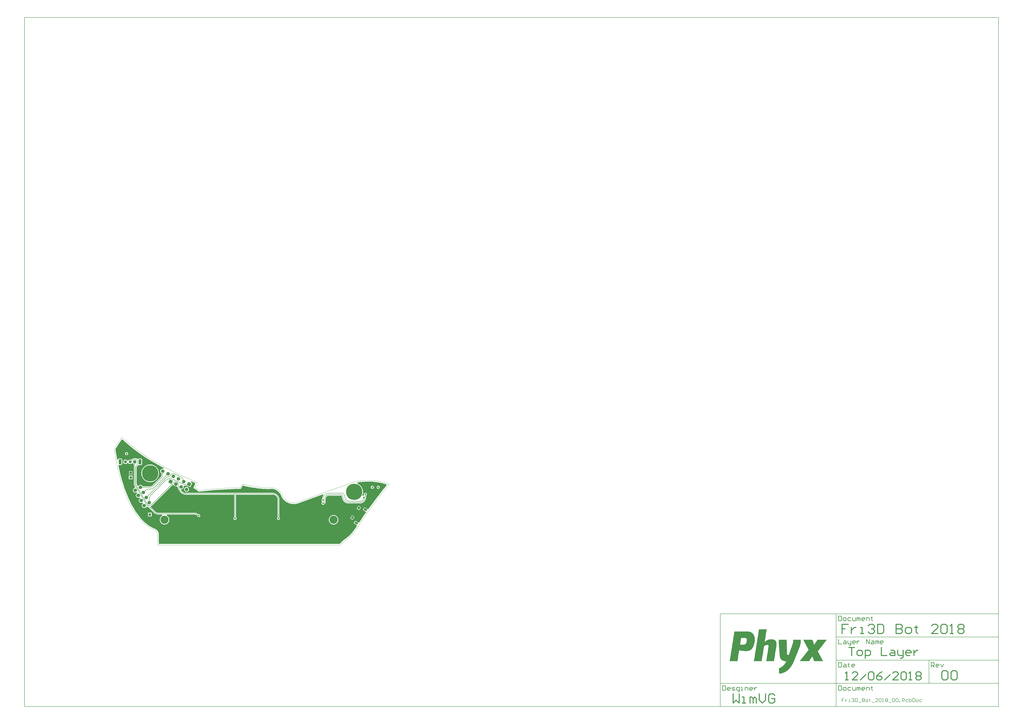
<source format=gtl>
G04*
G04 #@! TF.GenerationSoftware,Altium Limited,Altium Designer,18.1.6 (161)*
G04*
G04 Layer_Physical_Order=1*
G04 Layer_Color=48896*
%FSLAX25Y25*%
%MOIN*%
G70*
G01*
G75*
%ADD10C,0.00591*%
%ADD11C,0.00787*%
%ADD12C,0.01575*%
%ADD13C,0.00394*%
%ADD14C,0.00984*%
G04:AMPARAMS|DCode=29|XSize=61.02mil|YSize=35.43mil|CornerRadius=0mil|HoleSize=0mil|Usage=FLASHONLY|Rotation=146.000|XOffset=0mil|YOffset=0mil|HoleType=Round|Shape=Round|*
%AMOVALD29*
21,1,0.02559,0.03543,0.00000,0.00000,146.0*
1,1,0.03543,0.01061,-0.00716*
1,1,0.03543,-0.01061,0.00716*
%
%ADD29OVALD29*%

G04:AMPARAMS|DCode=30|XSize=49.21mil|YSize=37.4mil|CornerRadius=0mil|HoleSize=0mil|Usage=FLASHONLY|Rotation=56.000|XOffset=0mil|YOffset=0mil|HoleType=Round|Shape=Round|*
%AMOVALD30*
21,1,0.01181,0.03740,0.00000,0.00000,56.0*
1,1,0.03740,-0.00330,-0.00490*
1,1,0.03740,0.00330,0.00490*
%
%ADD30OVALD30*%

%ADD31C,0.02756*%
G04:AMPARAMS|DCode=32|XSize=51.18mil|YSize=51.18mil|CornerRadius=12.8mil|HoleSize=0mil|Usage=FLASHONLY|Rotation=180.000|XOffset=0mil|YOffset=0mil|HoleType=Round|Shape=RoundedRectangle|*
%AMROUNDEDRECTD32*
21,1,0.05118,0.02559,0,0,180.0*
21,1,0.02559,0.05118,0,0,180.0*
1,1,0.02559,-0.01280,0.01280*
1,1,0.02559,0.01280,0.01280*
1,1,0.02559,0.01280,-0.01280*
1,1,0.02559,-0.01280,-0.01280*
%
%ADD32ROUNDEDRECTD32*%
%ADD33C,0.05118*%
G04:AMPARAMS|DCode=34|XSize=86.61mil|YSize=47.24mil|CornerRadius=11.81mil|HoleSize=0mil|Usage=FLASHONLY|Rotation=270.000|XOffset=0mil|YOffset=0mil|HoleType=Round|Shape=RoundedRectangle|*
%AMROUNDEDRECTD34*
21,1,0.08661,0.02362,0,0,270.0*
21,1,0.06299,0.04724,0,0,270.0*
1,1,0.02362,-0.01181,-0.03150*
1,1,0.02362,-0.01181,0.03150*
1,1,0.02362,0.01181,0.03150*
1,1,0.02362,0.01181,-0.03150*
%
%ADD34ROUNDEDRECTD34*%
%ADD35R,0.03937X0.03937*%
G04:AMPARAMS|DCode=36|XSize=39.37mil|YSize=39.37mil|CornerRadius=9.84mil|HoleSize=0mil|Usage=FLASHONLY|Rotation=270.000|XOffset=0mil|YOffset=0mil|HoleType=Round|Shape=RoundedRectangle|*
%AMROUNDEDRECTD36*
21,1,0.03937,0.01968,0,0,270.0*
21,1,0.01968,0.03937,0,0,270.0*
1,1,0.01968,-0.00984,-0.00984*
1,1,0.01968,-0.00984,0.00984*
1,1,0.01968,0.00984,0.00984*
1,1,0.01968,0.00984,-0.00984*
%
%ADD36ROUNDEDRECTD36*%
%ADD37C,0.13780*%
%ADD38C,0.27559*%
%ADD39C,0.05906*%
%ADD40P,0.08352X4X379.0*%
%ADD41P,0.08352X4X75.0*%
G36*
X-146706Y171817D02*
X-146681Y171801D01*
X-146664Y171777D01*
X-143307Y168791D01*
X-143288Y168780D01*
X-143273Y168762D01*
X-136428Y162942D01*
X-136401Y162927D01*
X-136381Y162904D01*
X-129364Y157293D01*
X-129337Y157279D01*
X-129317Y157256D01*
X-122134Y151858D01*
X-122107Y151844D01*
X-122086Y151822D01*
X-114745Y146642D01*
X-114717Y146630D01*
X-114695Y146608D01*
X-107201Y141651D01*
X-107173Y141639D01*
X-107151Y141619D01*
X-99512Y136889D01*
X-99483Y136878D01*
X-99460Y136858D01*
X-91683Y132359D01*
X-91661Y132352D01*
X-91643Y132337D01*
X-87710Y130179D01*
X-84142Y128190D01*
X-84132Y128187D01*
X-84123Y128180D01*
X-78803Y125288D01*
X-79434Y123838D01*
X-79719Y123934D01*
X-80806Y124000D01*
X-81872Y123783D01*
X-82847Y123298D01*
X-83662Y122576D01*
X-84263Y121669D01*
X-84608Y120637D01*
X-84674Y119550D01*
X-84457Y118484D01*
X-83972Y117509D01*
X-83250Y116694D01*
X-82343Y116094D01*
X-82121Y116019D01*
Y115072D01*
X-82106Y115000D01*
X-82261Y113430D01*
X-82740Y111851D01*
X-83518Y110396D01*
X-83594Y110303D01*
X-84579Y109136D01*
X-85693Y108023D01*
X-97107Y96609D01*
X-97147Y96548D01*
X-97526Y96237D01*
X-98367Y95547D01*
X-99822Y94769D01*
X-101400Y94290D01*
X-102971Y94136D01*
X-103042Y94150D01*
X-114442D01*
X-114640Y94629D01*
X-115303Y95493D01*
X-116166Y96155D01*
X-117172Y96572D01*
X-118251Y96714D01*
X-119330Y96572D01*
X-120336Y96155D01*
X-121200Y95493D01*
X-121407Y95222D01*
X-123084Y95193D01*
X-123270Y95279D01*
X-124199Y96855D01*
X-124873Y99408D01*
Y125332D01*
X-124880Y125369D01*
X-124752Y126337D01*
X-124549Y126829D01*
X-123736Y128067D01*
X-122879Y129110D01*
X-122801Y129256D01*
X-122602Y129628D01*
X-121000Y130452D01*
X-120079Y130269D01*
X-117717D01*
X-116795Y130452D01*
X-116014Y130974D01*
X-115491Y131755D01*
X-115308Y132677D01*
Y138976D01*
X-115491Y139898D01*
X-116014Y140679D01*
X-116795Y141201D01*
X-117717Y141385D01*
X-120079D01*
X-121000Y141201D01*
X-121782Y140679D01*
X-123550Y140868D01*
X-123850Y141098D01*
X-124527Y141379D01*
X-124879Y141525D01*
X-125984Y141670D01*
Y141663D01*
X-128740D01*
Y141673D01*
X-130334Y141516D01*
X-131866Y141051D01*
X-133279Y140296D01*
X-134475Y139315D01*
X-134850Y139471D01*
X-135827Y139599D01*
X-136803Y139471D01*
X-137713Y139094D01*
X-138494Y138494D01*
X-138857Y138022D01*
X-139613Y137874D01*
X-139914D01*
X-140671Y138022D01*
X-141033Y138494D01*
X-141815Y139094D01*
X-142724Y139471D01*
X-143701Y139599D01*
X-144677Y139471D01*
X-145587Y139094D01*
X-146368Y138494D01*
X-146968Y137713D01*
X-147345Y136803D01*
X-147473Y135827D01*
X-147345Y134850D01*
X-146968Y133941D01*
X-146368Y133159D01*
X-145587Y132560D01*
X-144677Y132183D01*
X-143701Y132054D01*
X-142724Y132183D01*
X-141815Y132560D01*
X-141033Y133159D01*
X-140671Y133632D01*
X-139914Y133780D01*
X-139613D01*
X-138857Y133632D01*
X-138494Y133159D01*
X-137713Y132560D01*
X-136803Y132183D01*
X-135827Y132054D01*
X-134850Y132183D01*
X-133941Y132560D01*
X-133159Y133159D01*
X-133082Y133260D01*
X-132704Y133341D01*
X-131263Y133158D01*
X-131006Y132773D01*
X-130192Y132229D01*
X-129458Y132083D01*
Y98032D01*
X-129413Y97807D01*
X-129389Y97580D01*
X-128744Y95528D01*
X-128661Y95377D01*
X-128604Y95214D01*
X-127436Y93233D01*
X-127857Y91972D01*
X-128227Y91474D01*
X-128996Y91155D01*
X-129860Y90493D01*
X-130522Y89629D01*
X-130939Y88624D01*
X-131081Y87544D01*
X-130939Y86465D01*
X-130522Y85460D01*
X-129860Y84596D01*
X-128996Y83934D01*
X-127991Y83517D01*
X-126911Y83375D01*
X-125832Y83517D01*
X-124827Y83934D01*
X-124820Y83939D01*
X-123919Y83785D01*
X-123748Y83672D01*
X-123735Y83125D01*
X-123996Y82495D01*
X-124860Y81832D01*
X-125522Y80969D01*
X-125939Y79963D01*
X-126081Y78884D01*
X-125939Y77805D01*
X-125522Y76799D01*
X-124860Y75936D01*
X-123996Y75273D01*
X-122991Y74857D01*
X-121912Y74715D01*
X-120832Y74857D01*
X-119827Y75273D01*
X-118705Y74965D01*
X-118996Y73835D01*
X-119860Y73172D01*
X-120522Y72309D01*
X-120939Y71303D01*
X-121081Y70224D01*
X-120939Y69145D01*
X-120522Y68139D01*
X-119860Y67276D01*
X-118996Y66613D01*
X-117991Y66197D01*
X-116911Y66054D01*
X-115832Y66197D01*
X-114827Y66613D01*
X-113684Y66316D01*
X-113996Y65175D01*
X-114860Y64512D01*
X-115523Y63648D01*
X-115939Y62643D01*
X-116081Y61564D01*
X-115939Y60484D01*
X-115523Y59479D01*
X-114860Y58615D01*
X-113996Y57953D01*
X-112991Y57536D01*
X-111911Y57394D01*
X-110832Y57536D01*
X-109827Y57953D01*
X-108963Y58615D01*
X-108811Y58814D01*
X-108510Y59064D01*
X-107820Y59434D01*
X-106660Y59324D01*
X-103648Y57818D01*
X-95332Y49502D01*
X-95337Y49498D01*
X-93963Y48324D01*
X-92423Y47381D01*
X-90754Y46689D01*
X-88997Y46268D01*
X-87196Y46126D01*
Y46132D01*
X-81490D01*
X-81095Y44558D01*
X-81868Y44145D01*
X-83097Y43136D01*
X-84105Y41907D01*
X-84855Y40505D01*
X-85316Y38984D01*
X-85472Y37402D01*
X-85316Y35819D01*
X-84855Y34298D01*
X-84105Y32896D01*
X-83097Y31667D01*
X-81868Y30658D01*
X-80466Y29909D01*
X-78944Y29447D01*
X-77362Y29292D01*
X-75780Y29447D01*
X-74259Y29909D01*
X-72857Y30658D01*
X-71628Y31667D01*
X-70619Y32896D01*
X-69870Y34298D01*
X-69408Y35819D01*
X-69252Y37402D01*
X-69408Y38984D01*
X-69870Y40505D01*
X-70619Y41907D01*
X-71628Y43136D01*
X-72857Y44145D01*
X-73629Y44558D01*
X-73235Y46132D01*
X-26583D01*
X-26516Y46146D01*
X-24922Y45989D01*
X-23325Y45504D01*
X-21853Y44717D01*
X-21843Y44710D01*
X-21872Y44488D01*
X-21784Y43820D01*
X-21527Y43198D01*
X-21116Y42663D01*
X-20582Y42253D01*
X-19959Y41995D01*
X-19291Y41907D01*
X-18623Y41995D01*
X-18001Y42253D01*
X-17466Y42663D01*
X-17056Y43198D01*
X-16798Y43820D01*
X-16710Y44488D01*
X-16798Y45156D01*
X-17056Y45779D01*
X-17466Y46313D01*
X-18001Y46723D01*
X-18623Y46981D01*
X-19291Y47069D01*
X-19883Y46992D01*
X-21357Y47895D01*
X-23026Y48586D01*
X-24782Y49008D01*
X-26583Y49150D01*
Y49143D01*
X-87196D01*
X-87263Y49130D01*
X-88858Y49287D01*
X-90455Y49771D01*
X-91927Y50558D01*
X-93165Y51574D01*
X-93203Y51631D01*
X-100618Y59047D01*
X-100172Y60827D01*
X-100156Y60832D01*
X-98662Y61631D01*
X-97352Y62706D01*
X-97361Y62715D01*
X-63372Y96703D01*
X-62299Y96511D01*
X-61618Y96231D01*
X-61240Y95473D01*
X-60550Y94693D01*
X-60103Y94397D01*
X-58384Y97921D01*
X-57486Y97483D01*
X-59204Y93959D01*
X-58696Y93788D01*
X-57657Y93725D01*
X-56637Y93932D01*
X-56623Y93939D01*
X-56513Y93937D01*
X-54984Y93008D01*
X-54913Y92105D01*
X-54492Y90349D01*
X-53800Y88680D01*
X-52857Y87139D01*
X-51683Y85766D01*
X-51679Y85770D01*
X-49269Y83361D01*
X-49274Y83356D01*
X-47900Y82183D01*
X-46360Y81239D01*
X-44691Y80548D01*
X-42934Y80126D01*
X-41133Y79984D01*
Y79991D01*
X40817D01*
Y41834D01*
X40498Y41589D01*
X40088Y41054D01*
X39830Y40432D01*
X39742Y39764D01*
X39830Y39096D01*
X40088Y38473D01*
X40498Y37939D01*
X41032Y37528D01*
X41655Y37271D01*
X42323Y37183D01*
X42991Y37271D01*
X43613Y37528D01*
X44148Y37939D01*
X44558Y38473D01*
X44816Y39096D01*
X44904Y39764D01*
X44816Y40432D01*
X44558Y41054D01*
X44148Y41589D01*
X43828Y41834D01*
Y79991D01*
X106142D01*
X106209Y80004D01*
X107803Y79847D01*
X109400Y79362D01*
X110872Y78576D01*
X112162Y77517D01*
X113221Y76227D01*
X114008Y74755D01*
X114493Y73157D01*
X114650Y71563D01*
X114636Y71496D01*
Y41834D01*
X114317Y41589D01*
X113906Y41054D01*
X113649Y40432D01*
X113561Y39764D01*
X113649Y39096D01*
X113906Y38473D01*
X114317Y37939D01*
X114851Y37528D01*
X115474Y37271D01*
X116142Y37183D01*
X116810Y37271D01*
X117432Y37528D01*
X117967Y37939D01*
X118377Y38473D01*
X118635Y39096D01*
X118723Y39764D01*
X118635Y40432D01*
X118377Y41054D01*
X117967Y41589D01*
X117647Y41834D01*
Y71496D01*
X117654D01*
X117512Y73297D01*
X117090Y75053D01*
X116399Y76722D01*
X115455Y78263D01*
X114282Y79636D01*
X112908Y80809D01*
X111368Y81753D01*
X109699Y82445D01*
X107943Y82866D01*
X106142Y83008D01*
Y83001D01*
X-41133D01*
X-41200Y82988D01*
X-42795Y83145D01*
X-44392Y83630D01*
X-45864Y84416D01*
X-47102Y85433D01*
X-47140Y85489D01*
X-49269Y87619D01*
X-48933Y88758D01*
X-48643Y89161D01*
X-47589Y89376D01*
X-46615Y89862D01*
X-45800Y90583D01*
X-45199Y91491D01*
X-44854Y92523D01*
X-44788Y93609D01*
X-44930Y94309D01*
X-44198Y95124D01*
X-43627Y95442D01*
X-43250Y95268D01*
X-43219Y95260D01*
X-43192Y95242D01*
X-42915Y95187D01*
X-42641Y95121D01*
X-42609Y95126D01*
X-42577Y95120D01*
X-39259D01*
X-33672Y92395D01*
X-30048Y99826D01*
X-32549Y101046D01*
X-32266Y102660D01*
X-32174Y102670D01*
X-28361Y101026D01*
X-28343Y101022D01*
X-28328Y101012D01*
X-25929Y100028D01*
X-25360Y98559D01*
X-26464Y96229D01*
X-26476Y96180D01*
X-26504Y96138D01*
X-26547Y95923D01*
X-26699Y95613D01*
X-26701Y95604D01*
X-26707Y95596D01*
X-26867Y95261D01*
X-26869Y95253D01*
X-26875Y95245D01*
X-27031Y94909D01*
X-27033Y94902D01*
X-27037Y94897D01*
X-27115Y94728D01*
X-27115Y94725D01*
X-27117Y94722D01*
X-27214Y94509D01*
X-27216Y94502D01*
X-27220Y94497D01*
X-27410Y94070D01*
X-27412Y94061D01*
X-27417Y94054D01*
X-27604Y93625D01*
X-27606Y93617D01*
X-27611Y93609D01*
X-27795Y93179D01*
X-27796Y93173D01*
X-27800Y93167D01*
X-27890Y92951D01*
X-27958Y92618D01*
X-28043Y92288D01*
X-28035Y92236D01*
X-28046Y92184D01*
X-27981Y91850D01*
X-27933Y91513D01*
X-27906Y91467D01*
X-27896Y91415D01*
X-27708Y91131D01*
X-27535Y90838D01*
X-27493Y90806D01*
X-27464Y90762D01*
X-27181Y90572D01*
X-26909Y90368D01*
X-25982Y89921D01*
X-24211Y88875D01*
X-22535Y87683D01*
X-20966Y86352D01*
X-20241Y85623D01*
X-20132Y85549D01*
X-20045Y85450D01*
X-19809Y85333D01*
X-19591Y85186D01*
X-19462Y85160D01*
X-19344Y85101D01*
X-19081Y85083D01*
X-18823Y85031D01*
X-18694Y85056D01*
X-18563Y85047D01*
X-16226Y85346D01*
X-11544Y85901D01*
X-6858Y86412D01*
X-2168Y86878D01*
X180Y87090D01*
X180Y87090D01*
X181Y87090D01*
X6545Y87665D01*
X19291Y88592D01*
X32053Y89292D01*
X44824Y89767D01*
X51213Y89892D01*
X51508Y89956D01*
X51808Y89994D01*
X51888Y90040D01*
X51978Y90059D01*
X52226Y90232D01*
X52489Y90382D01*
X52545Y90455D01*
X52620Y90507D01*
X52783Y90762D01*
X52969Y91001D01*
X54066Y93195D01*
X55262Y95417D01*
X57785Y94808D01*
X57809Y94807D01*
X57831Y94797D01*
X60422Y94236D01*
X60437Y94235D01*
X60451Y94230D01*
X65650Y93184D01*
X65670Y93183D01*
X65689Y93176D01*
X70907Y92234D01*
X70927Y92234D01*
X70946Y92227D01*
X76182Y91388D01*
X76197Y91388D01*
X76212Y91383D01*
X78835Y91003D01*
X78847Y91004D01*
X78857Y91000D01*
X79964Y90852D01*
X79974Y90852D01*
X79984Y90849D01*
X82200Y90575D01*
X82214Y90575D01*
X82227Y90571D01*
X84447Y90326D01*
X84461Y90327D01*
X84474Y90323D01*
X86697Y90108D01*
X86707Y90109D01*
X86717Y90106D01*
X87829Y90009D01*
X87836Y90010D01*
X87843Y90008D01*
X88931Y89921D01*
X88947Y89922D01*
X88962Y89918D01*
X91140Y89777D01*
X91160Y89780D01*
X91180Y89775D01*
X93361Y89678D01*
X93381Y89681D01*
X93401Y89677D01*
X95584Y89624D01*
X95599Y89626D01*
X95614Y89623D01*
X96705Y89614D01*
X96714Y89615D01*
X96724Y89613D01*
X99918D01*
X99953Y89621D01*
X99989Y89615D01*
X104381Y89771D01*
X105591Y89765D01*
X108066Y89397D01*
X110464Y88681D01*
X112736Y87633D01*
X114836Y86273D01*
X116722Y84628D01*
X118355Y82732D01*
X119702Y80624D01*
X120192Y79547D01*
X120651Y78322D01*
X120703Y78237D01*
X120729Y78141D01*
X121942Y75671D01*
X122023Y75566D01*
X122073Y75444D01*
X123598Y73154D01*
X123692Y73060D01*
X123758Y72945D01*
X125569Y70873D01*
X125674Y70793D01*
X125754Y70688D01*
X127821Y68870D01*
X127935Y68804D01*
X128029Y68710D01*
X130314Y67178D01*
X130436Y67127D01*
X130541Y67046D01*
X133007Y65826D01*
X133135Y65791D01*
X133250Y65725D01*
X135854Y64837D01*
X135985Y64819D01*
X136108Y64768D01*
X138805Y64227D01*
X138938Y64227D01*
X139066Y64193D01*
X141811Y64009D01*
X141942Y64026D01*
X142074Y64008D01*
X144820Y64184D01*
X144948Y64218D01*
X145080Y64218D01*
X147780Y64751D01*
X147872Y64789D01*
X147971Y64798D01*
X149289Y65196D01*
X149339Y65223D01*
X149395Y65231D01*
X191657Y80614D01*
X192575Y79367D01*
X192597Y79280D01*
X191672Y77771D01*
X190981Y76102D01*
X190559Y74345D01*
X190417Y72544D01*
X190105Y72239D01*
X190104Y72238D01*
X189694Y71704D01*
X189694Y71704D01*
X189436Y71081D01*
X189348Y70413D01*
X189436Y69745D01*
X189694Y69123D01*
X189834Y68940D01*
X189997Y67913D01*
X189834Y66887D01*
X189694Y66704D01*
X189436Y66081D01*
X189348Y65413D01*
X189436Y64745D01*
X189694Y64123D01*
X190104Y63588D01*
X190639Y63178D01*
X191261Y62920D01*
X191929Y62832D01*
X192597Y62920D01*
X193220Y63178D01*
X193754Y63588D01*
X194165Y64123D01*
X194393Y64674D01*
X195088Y65207D01*
X195798Y66132D01*
X196117Y66903D01*
X196244Y67210D01*
X196397Y68366D01*
X196387D01*
Y72835D01*
X196372Y72911D01*
X196546Y74235D01*
X197087Y75539D01*
X197946Y76660D01*
X199067Y77520D01*
X200372Y78060D01*
X201695Y78234D01*
X201772Y78219D01*
X222441D01*
X222458Y78223D01*
X222997Y78115D01*
X223314Y77903D01*
X223882Y76564D01*
X223882D01*
X224024Y74763D01*
X224445Y73006D01*
X225137Y71337D01*
X226080Y69797D01*
X227254Y68424D01*
X228627Y67250D01*
X230167Y66307D01*
X231836Y65615D01*
X233593Y65193D01*
X235394Y65052D01*
Y65058D01*
X253565D01*
Y65052D01*
X255366Y65193D01*
X257123Y65615D01*
X258791Y66307D01*
X260332Y67250D01*
X261705Y68424D01*
X262878Y69797D01*
X263822Y71337D01*
X264514Y73006D01*
X264935Y74763D01*
X265077Y76564D01*
X265071D01*
Y78638D01*
X265390Y78883D01*
X265801Y79418D01*
X266058Y80041D01*
X266146Y80709D01*
X266058Y81377D01*
X265801Y81999D01*
X265390Y82534D01*
X264856Y82944D01*
X264233Y83202D01*
X263565Y83290D01*
X262897Y83202D01*
X262275Y82944D01*
X261740Y82534D01*
X261330Y81999D01*
X261072Y81377D01*
X260984Y80709D01*
X261072Y80041D01*
X261330Y79418D01*
X261333Y79415D01*
X260782Y77998D01*
X259559Y77715D01*
X258375Y78803D01*
X258921Y80120D01*
X259470Y82410D01*
X259655Y84757D01*
X259470Y87105D01*
X258921Y89394D01*
X258019Y91570D01*
X256789Y93578D01*
X255260Y95369D01*
X253469Y96898D01*
X251461Y98128D01*
X250800Y98402D01*
X249972Y100431D01*
X250079Y100684D01*
X254478Y101377D01*
X259661Y101928D01*
X264865Y102220D01*
X270077Y102250D01*
X275284Y102020D01*
X280473Y101530D01*
X285630Y100780D01*
X290744Y99774D01*
X295801Y98512D01*
X299214Y97478D01*
X299674Y95972D01*
X297503Y93304D01*
X297497Y93293D01*
X297488Y93286D01*
X296104Y91544D01*
X296102Y91540D01*
X296099Y91538D01*
X293344Y88043D01*
X293341Y88038D01*
X293338Y88035D01*
X290600Y84526D01*
X290598Y84522D01*
X290594Y84518D01*
X287874Y80996D01*
X287872Y80993D01*
X287870Y80990D01*
X286516Y79224D01*
X286515Y79222D01*
X286514Y79221D01*
X283601Y75405D01*
X283598Y75398D01*
X283593Y75393D01*
X277822Y67720D01*
X277818Y67711D01*
X277811Y67704D01*
X272113Y59976D01*
X272109Y59967D01*
X272102Y59961D01*
X268756Y55331D01*
X268052Y55275D01*
X266939Y55504D01*
X266736Y55811D01*
X266189Y56294D01*
X265543Y56730D01*
X263980Y54413D01*
X262417Y52095D01*
X263063Y51659D01*
X263716Y51333D01*
X263915Y51293D01*
X264594Y50076D01*
X264660Y49624D01*
X263686Y48256D01*
X263684Y48251D01*
X263681Y48248D01*
X262102Y46007D01*
X262100Y46001D01*
X262095Y45997D01*
X258966Y41497D01*
X258963Y41489D01*
X258957Y41483D01*
X255865Y36957D01*
X255861Y36950D01*
X255855Y36944D01*
X253159Y32926D01*
X252982Y32856D01*
X251631Y32842D01*
X251328Y32962D01*
X251303Y32983D01*
X250779Y33447D01*
X250132Y33883D01*
X248569Y31565D01*
X247006Y29247D01*
X247652Y28811D01*
X248305Y28486D01*
X248357Y28475D01*
X248420Y28431D01*
X249120Y27101D01*
X249146Y26770D01*
X248874Y26337D01*
X248874Y26336D01*
X248874Y26336D01*
X248119Y25132D01*
X247377Y23963D01*
X246319Y22332D01*
X244025Y19170D01*
X241567Y16132D01*
X238955Y13228D01*
X236193Y10465D01*
X233291Y7850D01*
X230255Y5391D01*
X227095Y3094D01*
X225457Y2030D01*
X225306Y1883D01*
X225131Y1766D01*
X219860Y-3505D01*
X-86969D01*
Y11390D01*
X-86952Y12019D01*
X-86971Y12126D01*
X-86958Y12234D01*
X-87063Y13540D01*
X-87102Y13679D01*
X-87106Y13823D01*
X-87395Y15102D01*
X-87454Y15234D01*
X-87478Y15375D01*
X-87946Y16600D01*
X-88023Y16722D01*
X-88067Y16859D01*
X-88705Y18005D01*
X-88798Y18115D01*
X-88861Y18244D01*
X-89655Y19288D01*
X-89763Y19383D01*
X-89844Y19502D01*
X-90778Y20423D01*
X-90898Y20502D01*
X-90995Y20608D01*
X-92051Y21386D01*
X-92149Y21432D01*
X-92230Y21504D01*
X-92796Y21835D01*
X-92942Y21885D01*
X-93071Y21968D01*
X-94502Y22534D01*
X-97302Y23814D01*
X-100029Y25240D01*
X-102678Y26808D01*
X-105240Y28514D01*
X-107709Y30353D01*
X-110077Y32319D01*
X-112338Y34407D01*
X-113412Y35509D01*
X-113424Y35517D01*
X-113432Y35529D01*
X-114987Y37081D01*
X-117949Y40324D01*
X-120757Y43700D01*
X-123407Y47203D01*
X-124649Y49014D01*
X-124650Y49014D01*
X-124650Y49014D01*
X-126232Y51319D01*
X-129213Y56049D01*
X-132008Y60892D01*
X-134610Y65841D01*
X-135813Y68364D01*
X-135814Y68365D01*
X-135814Y68365D01*
X-137338Y71557D01*
X-140181Y78035D01*
X-142071Y82746D01*
X-142056Y82754D01*
X-142365Y83507D01*
X-142375Y83503D01*
X-142815Y84600D01*
X-145236Y91247D01*
X-146339Y94606D01*
X-147492Y98136D01*
X-149648Y105246D01*
X-151652Y112400D01*
X-153503Y119596D01*
X-155200Y126829D01*
X-155689Y129134D01*
X-155483Y129460D01*
X-154337Y130348D01*
X-153937Y130269D01*
X-151575D01*
X-150653Y130452D01*
X-149872Y130974D01*
X-149350Y131755D01*
X-149166Y132677D01*
Y138976D01*
X-149350Y139898D01*
X-149872Y140679D01*
X-150653Y141201D01*
X-151575Y141385D01*
X-153937D01*
X-154859Y141201D01*
X-155640Y140679D01*
X-156162Y139898D01*
X-156203Y139693D01*
X-157807Y139699D01*
X-158130Y141395D01*
X-159361Y148722D01*
X-159898Y152398D01*
X-159898Y152398D01*
X-159898Y152399D01*
X-159970Y152884D01*
X-160106Y153858D01*
X-160236Y154832D01*
X-160360Y155809D01*
X-160418Y156296D01*
X-160425Y156318D01*
X-160424Y156341D01*
X-160593Y157526D01*
X-159908Y158554D01*
X-159905Y158562D01*
X-159899Y158567D01*
X-151706Y171066D01*
X-151679Y171131D01*
X-151634Y171184D01*
X-150323Y173521D01*
X-148766Y173759D01*
X-146706Y171817D01*
D02*
G37*
G36*
X1047062Y-166394D02*
X1046775D01*
Y-166681D01*
X1046489D01*
Y-166967D01*
Y-167253D01*
X1046203D01*
Y-167539D01*
X1045916D01*
Y-167826D01*
X1045630D01*
Y-168112D01*
Y-168398D01*
X1045344D01*
Y-168685D01*
X1045057D01*
Y-168971D01*
X1044771D01*
Y-169257D01*
X1044485D01*
Y-169544D01*
Y-169830D01*
X1044198D01*
Y-170116D01*
X1043912D01*
Y-170403D01*
X1043626D01*
Y-170689D01*
Y-170975D01*
X1043340D01*
Y-171262D01*
X1043053D01*
Y-171548D01*
X1042767D01*
Y-171834D01*
X1042480D01*
Y-172120D01*
Y-172407D01*
X1042194D01*
Y-172693D01*
X1041908D01*
Y-172979D01*
X1041622D01*
Y-173266D01*
Y-173552D01*
X1041335D01*
Y-173838D01*
X1041049D01*
Y-174125D01*
X1040763D01*
Y-174411D01*
Y-174697D01*
X1040476D01*
Y-174984D01*
X1040190D01*
Y-175270D01*
X1039904D01*
Y-175556D01*
X1039617D01*
Y-175842D01*
Y-176129D01*
X1039331D01*
Y-176415D01*
X1039045D01*
Y-176701D01*
X1038758D01*
Y-176988D01*
Y-177274D01*
X1038472D01*
Y-177560D01*
X1038186D01*
Y-177847D01*
X1037899D01*
Y-178133D01*
Y-178419D01*
X1037613D01*
Y-178706D01*
X1037327D01*
Y-178992D01*
X1037041D01*
Y-179278D01*
X1036754D01*
Y-179565D01*
Y-179851D01*
X1036468D01*
Y-180137D01*
X1036182D01*
Y-180423D01*
X1035895D01*
Y-180710D01*
Y-180996D01*
X1035609D01*
Y-181282D01*
X1035323D01*
Y-181569D01*
X1035036D01*
Y-181855D01*
Y-182141D01*
X1034750D01*
Y-182428D01*
X1034464D01*
Y-182714D01*
X1034177D01*
Y-183000D01*
X1033891D01*
Y-183287D01*
Y-183573D01*
X1033605D01*
Y-183859D01*
X1033319D01*
Y-184146D01*
X1033032D01*
Y-184432D01*
Y-184718D01*
X1032746D01*
Y-185004D01*
X1032460D01*
Y-185291D01*
X1032173D01*
Y-185577D01*
X1031887D01*
Y-185863D01*
Y-186150D01*
X1032173D01*
Y-186436D01*
Y-186722D01*
X1032460D01*
Y-187009D01*
Y-187295D01*
X1032746D01*
Y-187581D01*
X1033032D01*
Y-187868D01*
Y-188154D01*
X1033319D01*
Y-188440D01*
Y-188727D01*
X1033605D01*
Y-189013D01*
Y-189299D01*
X1033891D01*
Y-189585D01*
Y-189872D01*
X1034177D01*
Y-190158D01*
Y-190444D01*
X1034464D01*
Y-190731D01*
Y-191017D01*
X1034750D01*
Y-191303D01*
Y-191590D01*
X1035036D01*
Y-191876D01*
Y-192162D01*
X1035323D01*
Y-192449D01*
X1035609D01*
Y-192735D01*
Y-193021D01*
X1035895D01*
Y-193308D01*
Y-193594D01*
X1036182D01*
Y-193880D01*
Y-194167D01*
X1036468D01*
Y-194453D01*
Y-194739D01*
X1036754D01*
Y-195025D01*
Y-195312D01*
X1037041D01*
Y-195598D01*
Y-195884D01*
X1037327D01*
Y-196171D01*
Y-196457D01*
X1037613D01*
Y-196743D01*
X1037899D01*
Y-197030D01*
Y-197316D01*
X1038186D01*
Y-197602D01*
Y-197889D01*
X1038472D01*
Y-198175D01*
Y-198461D01*
X1038758D01*
Y-198748D01*
Y-199034D01*
X1039045D01*
Y-199320D01*
Y-199606D01*
X1039331D01*
Y-199893D01*
Y-200179D01*
X1039617D01*
Y-200465D01*
Y-200752D01*
X1039904D01*
Y-201038D01*
X1040190D01*
Y-201324D01*
Y-201611D01*
X1040476D01*
Y-201897D01*
Y-202183D01*
X1040763D01*
Y-202470D01*
X1025588D01*
Y-202183D01*
X1025302D01*
Y-201897D01*
Y-201611D01*
Y-201324D01*
X1025016D01*
Y-201038D01*
Y-200752D01*
Y-200465D01*
X1024729D01*
Y-200179D01*
Y-199893D01*
X1024443D01*
Y-199606D01*
Y-199320D01*
Y-199034D01*
X1024156D01*
Y-198748D01*
Y-198461D01*
Y-198175D01*
X1023870D01*
Y-197889D01*
Y-197602D01*
X1023584D01*
Y-197316D01*
Y-197030D01*
Y-196743D01*
X1023298D01*
Y-196457D01*
Y-196171D01*
Y-195884D01*
X1023011D01*
Y-195598D01*
Y-195312D01*
Y-195025D01*
X1022725D01*
Y-194739D01*
X1022152D01*
Y-195025D01*
Y-195312D01*
X1021866D01*
Y-195598D01*
X1021580D01*
Y-195884D01*
Y-196171D01*
X1021293D01*
Y-196457D01*
X1021007D01*
Y-196743D01*
Y-197030D01*
X1020721D01*
Y-197316D01*
X1020434D01*
Y-197602D01*
Y-197889D01*
X1020148D01*
Y-198175D01*
X1019862D01*
Y-198461D01*
X1019576D01*
Y-198748D01*
Y-199034D01*
X1019289D01*
Y-199320D01*
X1019003D01*
Y-199606D01*
Y-199893D01*
X1018717D01*
Y-200179D01*
X1018430D01*
Y-200465D01*
Y-200752D01*
X1018144D01*
Y-201038D01*
X1017858D01*
Y-201324D01*
Y-201611D01*
X1017571D01*
Y-201897D01*
X1017285D01*
Y-202183D01*
Y-202470D01*
X1001252D01*
Y-202183D01*
X1001538D01*
Y-201897D01*
X1001824D01*
Y-201611D01*
X1002110D01*
Y-201324D01*
X1002397D01*
Y-201038D01*
Y-200752D01*
X1002683D01*
Y-200465D01*
X1002969D01*
Y-200179D01*
X1003256D01*
Y-199893D01*
X1003542D01*
Y-199606D01*
Y-199320D01*
X1003828D01*
Y-199034D01*
X1004115D01*
Y-198748D01*
X1004401D01*
Y-198461D01*
Y-198175D01*
X1004687D01*
Y-197889D01*
X1004974D01*
Y-197602D01*
X1005260D01*
Y-197316D01*
X1005546D01*
Y-197030D01*
Y-196743D01*
X1005832D01*
Y-196457D01*
X1006119D01*
Y-196171D01*
X1006405D01*
Y-195884D01*
X1006691D01*
Y-195598D01*
Y-195312D01*
X1006978D01*
Y-195025D01*
X1007264D01*
Y-194739D01*
X1007550D01*
Y-194453D01*
Y-194167D01*
X1007837D01*
Y-193880D01*
X1008123D01*
Y-193594D01*
X1008409D01*
Y-193308D01*
X1008696D01*
Y-193021D01*
Y-192735D01*
X1008982D01*
Y-192449D01*
X1009268D01*
Y-192162D01*
X1009555D01*
Y-191876D01*
Y-191590D01*
X1009841D01*
Y-191303D01*
X1010127D01*
Y-191017D01*
X1010413D01*
Y-190731D01*
X1010700D01*
Y-190444D01*
Y-190158D01*
X1010986D01*
Y-189872D01*
X1011272D01*
Y-189585D01*
X1011559D01*
Y-189299D01*
Y-189013D01*
X1011845D01*
Y-188727D01*
X1012131D01*
Y-188440D01*
X1012418D01*
Y-188154D01*
X1012704D01*
Y-187868D01*
Y-187581D01*
X1012990D01*
Y-187295D01*
X1013277D01*
Y-187009D01*
X1013563D01*
Y-186722D01*
X1013849D01*
Y-186436D01*
Y-186150D01*
X1014136D01*
Y-185863D01*
X1014422D01*
Y-185577D01*
X1014708D01*
Y-185291D01*
Y-185004D01*
X1014995D01*
Y-184718D01*
X1015281D01*
Y-184432D01*
X1015567D01*
Y-184146D01*
X1015853D01*
Y-183859D01*
Y-183573D01*
X1016140D01*
Y-183287D01*
Y-183000D01*
Y-182714D01*
X1015853D01*
Y-182428D01*
X1015567D01*
Y-182141D01*
Y-181855D01*
X1015281D01*
Y-181569D01*
Y-181282D01*
X1014995D01*
Y-180996D01*
Y-180710D01*
X1014708D01*
Y-180423D01*
Y-180137D01*
X1014422D01*
Y-179851D01*
Y-179565D01*
X1014136D01*
Y-179278D01*
Y-178992D01*
X1013849D01*
Y-178706D01*
X1013563D01*
Y-178419D01*
Y-178133D01*
X1013277D01*
Y-177847D01*
Y-177560D01*
X1012990D01*
Y-177274D01*
Y-176988D01*
X1012704D01*
Y-176701D01*
Y-176415D01*
X1012418D01*
Y-176129D01*
Y-175842D01*
X1012131D01*
Y-175556D01*
Y-175270D01*
X1011845D01*
Y-174984D01*
X1011559D01*
Y-174697D01*
Y-174411D01*
X1011272D01*
Y-174125D01*
Y-173838D01*
X1010986D01*
Y-173552D01*
Y-173266D01*
X1010700D01*
Y-172979D01*
Y-172693D01*
X1010413D01*
Y-172407D01*
Y-172120D01*
X1010127D01*
Y-171834D01*
Y-171548D01*
X1009841D01*
Y-171262D01*
Y-170975D01*
X1009555D01*
Y-170689D01*
X1009268D01*
Y-170403D01*
Y-170116D01*
X1008982D01*
Y-169830D01*
Y-169544D01*
X1008696D01*
Y-169257D01*
Y-168971D01*
X1008409D01*
Y-168685D01*
Y-168398D01*
X1008123D01*
Y-168112D01*
Y-167826D01*
X1007837D01*
Y-167539D01*
Y-167253D01*
X1007550D01*
Y-166967D01*
X1007264D01*
Y-166681D01*
Y-166394D01*
X1006978D01*
Y-166108D01*
X1022725D01*
Y-166394D01*
X1023011D01*
Y-166681D01*
Y-166967D01*
Y-167253D01*
X1023298D01*
Y-167539D01*
Y-167826D01*
Y-168112D01*
X1023584D01*
Y-168398D01*
Y-168685D01*
Y-168971D01*
X1023870D01*
Y-169257D01*
Y-169544D01*
Y-169830D01*
X1024156D01*
Y-170116D01*
Y-170403D01*
Y-170689D01*
X1024443D01*
Y-170975D01*
Y-171262D01*
Y-171548D01*
X1024729D01*
Y-171834D01*
Y-172120D01*
Y-172407D01*
X1025016D01*
Y-172693D01*
Y-172979D01*
Y-173266D01*
X1025302D01*
Y-173552D01*
Y-173838D01*
Y-174125D01*
Y-174411D01*
X1025874D01*
Y-174125D01*
X1026161D01*
Y-173838D01*
X1026447D01*
Y-173552D01*
Y-173266D01*
X1026733D01*
Y-172979D01*
X1027020D01*
Y-172693D01*
Y-172407D01*
X1027306D01*
Y-172120D01*
X1027592D01*
Y-171834D01*
Y-171548D01*
X1027879D01*
Y-171262D01*
X1028165D01*
Y-170975D01*
Y-170689D01*
X1028451D01*
Y-170403D01*
X1028738D01*
Y-170116D01*
Y-169830D01*
X1029024D01*
Y-169544D01*
X1029310D01*
Y-169257D01*
Y-168971D01*
X1029597D01*
Y-168685D01*
X1029883D01*
Y-168398D01*
Y-168112D01*
X1030169D01*
Y-167826D01*
X1030455D01*
Y-167539D01*
Y-167253D01*
X1030742D01*
Y-166967D01*
X1031028D01*
Y-166681D01*
Y-166394D01*
X1031314D01*
Y-166108D01*
X1047062D01*
Y-166394D01*
D02*
G37*
G36*
X913926Y-152365D02*
X915644D01*
Y-152651D01*
X916503D01*
Y-152937D01*
X917362D01*
Y-153224D01*
X918221D01*
Y-153510D01*
X918793D01*
Y-153796D01*
X919080D01*
Y-154083D01*
X919652D01*
Y-154369D01*
X919939D01*
Y-154655D01*
X920511D01*
Y-154942D01*
X920798D01*
Y-155228D01*
X921084D01*
Y-155514D01*
X921370D01*
Y-155801D01*
X921657D01*
Y-156087D01*
X921943D01*
Y-156373D01*
X922229D01*
Y-156659D01*
Y-156946D01*
X922515D01*
Y-157232D01*
X922802D01*
Y-157518D01*
Y-157805D01*
X923088D01*
Y-158091D01*
X923374D01*
Y-158377D01*
Y-158664D01*
X923661D01*
Y-158950D01*
Y-159236D01*
Y-159523D01*
X923947D01*
Y-159809D01*
Y-160095D01*
Y-160382D01*
X924233D01*
Y-160668D01*
Y-160954D01*
Y-161240D01*
Y-161527D01*
X924520D01*
Y-161813D01*
Y-162100D01*
Y-162386D01*
Y-162672D01*
Y-162958D01*
X924806D01*
Y-163245D01*
Y-163531D01*
Y-163817D01*
Y-164104D01*
Y-164390D01*
Y-164676D01*
Y-164963D01*
Y-165249D01*
Y-165535D01*
Y-165822D01*
Y-166108D01*
Y-166394D01*
Y-166681D01*
Y-166967D01*
Y-167253D01*
Y-167539D01*
Y-167826D01*
Y-168112D01*
Y-168398D01*
Y-168685D01*
X924520D01*
Y-168971D01*
Y-169257D01*
Y-169544D01*
Y-169830D01*
Y-170116D01*
Y-170403D01*
Y-170689D01*
X924233D01*
Y-170975D01*
Y-171262D01*
Y-171548D01*
Y-171834D01*
Y-172120D01*
X923947D01*
Y-172407D01*
Y-172693D01*
Y-172979D01*
Y-173266D01*
Y-173552D01*
X923661D01*
Y-173838D01*
Y-174125D01*
Y-174411D01*
X923374D01*
Y-174697D01*
Y-174984D01*
Y-175270D01*
Y-175556D01*
X923088D01*
Y-175842D01*
Y-176129D01*
Y-176415D01*
X922802D01*
Y-176701D01*
Y-176988D01*
X922515D01*
Y-177274D01*
Y-177560D01*
Y-177847D01*
X922229D01*
Y-178133D01*
Y-178419D01*
X921943D01*
Y-178706D01*
Y-178992D01*
X921657D01*
Y-179278D01*
Y-179565D01*
X921370D01*
Y-179851D01*
X921084D01*
Y-180137D01*
Y-180423D01*
X920798D01*
Y-180710D01*
X920511D01*
Y-180996D01*
X920225D01*
Y-181282D01*
Y-181569D01*
X919939D01*
Y-181855D01*
X919652D01*
Y-182141D01*
X919366D01*
Y-182428D01*
X919080D01*
Y-182714D01*
X918793D01*
Y-183000D01*
X918221D01*
Y-183287D01*
X917934D01*
Y-183573D01*
X917362D01*
Y-183859D01*
X917076D01*
Y-184146D01*
X916503D01*
Y-184432D01*
X915644D01*
Y-184718D01*
X914785D01*
Y-185004D01*
X913926D01*
Y-185291D01*
X912208D01*
Y-185577D01*
X907055D01*
Y-185291D01*
X904478D01*
Y-185004D01*
X902474D01*
Y-184718D01*
X901042D01*
Y-184432D01*
X899610D01*
Y-184146D01*
X898179D01*
Y-184432D01*
Y-184718D01*
Y-185004D01*
Y-185291D01*
Y-185577D01*
Y-185863D01*
Y-186150D01*
X897892D01*
Y-186436D01*
Y-186722D01*
Y-187009D01*
Y-187295D01*
Y-187581D01*
Y-187868D01*
X897606D01*
Y-188154D01*
Y-188440D01*
Y-188727D01*
Y-189013D01*
Y-189299D01*
Y-189585D01*
X897320D01*
Y-189872D01*
Y-190158D01*
Y-190444D01*
Y-190731D01*
Y-191017D01*
Y-191303D01*
Y-191590D01*
X897034D01*
Y-191876D01*
Y-192162D01*
Y-192449D01*
Y-192735D01*
Y-193021D01*
Y-193308D01*
X896747D01*
Y-193594D01*
Y-193880D01*
Y-194167D01*
Y-194453D01*
Y-194739D01*
Y-195025D01*
X896461D01*
Y-195312D01*
Y-195598D01*
Y-195884D01*
Y-196171D01*
Y-196457D01*
Y-196743D01*
Y-197030D01*
X896175D01*
Y-197316D01*
Y-197602D01*
Y-197889D01*
Y-198175D01*
Y-198461D01*
Y-198748D01*
X895888D01*
Y-199034D01*
Y-199320D01*
Y-199606D01*
Y-199893D01*
Y-200179D01*
Y-200465D01*
X895602D01*
Y-200752D01*
Y-201038D01*
Y-201324D01*
Y-201611D01*
Y-201897D01*
Y-202183D01*
Y-202470D01*
X882145D01*
Y-202183D01*
X882432D01*
Y-201897D01*
Y-201611D01*
Y-201324D01*
Y-201038D01*
Y-200752D01*
X882718D01*
Y-200465D01*
Y-200179D01*
Y-199893D01*
Y-199606D01*
Y-199320D01*
Y-199034D01*
Y-198748D01*
X883004D01*
Y-198461D01*
Y-198175D01*
Y-197889D01*
Y-197602D01*
Y-197316D01*
Y-197030D01*
X883291D01*
Y-196743D01*
Y-196457D01*
Y-196171D01*
Y-195884D01*
Y-195598D01*
Y-195312D01*
X883577D01*
Y-195025D01*
Y-194739D01*
Y-194453D01*
Y-194167D01*
Y-193880D01*
Y-193594D01*
Y-193308D01*
X883863D01*
Y-193021D01*
Y-192735D01*
Y-192449D01*
Y-192162D01*
Y-191876D01*
Y-191590D01*
X884149D01*
Y-191303D01*
Y-191017D01*
Y-190731D01*
Y-190444D01*
Y-190158D01*
Y-189872D01*
X884436D01*
Y-189585D01*
Y-189299D01*
Y-189013D01*
Y-188727D01*
Y-188440D01*
Y-188154D01*
X884722D01*
Y-187868D01*
Y-187581D01*
Y-187295D01*
Y-187009D01*
Y-186722D01*
Y-186436D01*
Y-186150D01*
X885009D01*
Y-185863D01*
Y-185577D01*
Y-185291D01*
Y-185004D01*
Y-184718D01*
Y-184432D01*
X885295D01*
Y-184146D01*
Y-183859D01*
Y-183573D01*
Y-183287D01*
Y-183000D01*
Y-182714D01*
X885581D01*
Y-182428D01*
Y-182141D01*
Y-181855D01*
Y-181569D01*
Y-181282D01*
Y-180996D01*
X885867D01*
Y-180710D01*
Y-180423D01*
Y-180137D01*
Y-179851D01*
Y-179565D01*
Y-179278D01*
Y-178992D01*
X886154D01*
Y-178706D01*
Y-178419D01*
Y-178133D01*
Y-177847D01*
Y-177560D01*
Y-177274D01*
X886440D01*
Y-176988D01*
Y-176701D01*
Y-176415D01*
Y-176129D01*
Y-175842D01*
Y-175556D01*
X886726D01*
Y-175270D01*
Y-174984D01*
Y-174697D01*
Y-174411D01*
Y-174125D01*
Y-173838D01*
Y-173552D01*
X887013D01*
Y-173266D01*
Y-172979D01*
Y-172693D01*
Y-172407D01*
Y-172120D01*
Y-171834D01*
X887299D01*
Y-171548D01*
Y-171262D01*
Y-170975D01*
Y-170689D01*
Y-170403D01*
Y-170116D01*
X887585D01*
Y-169830D01*
Y-169544D01*
Y-169257D01*
Y-168971D01*
Y-168685D01*
Y-168398D01*
X887872D01*
Y-168112D01*
Y-167826D01*
Y-167539D01*
Y-167253D01*
Y-166967D01*
Y-166681D01*
Y-166394D01*
X888158D01*
Y-166108D01*
Y-165822D01*
Y-165535D01*
Y-165249D01*
Y-164963D01*
Y-164676D01*
X888444D01*
Y-164390D01*
Y-164104D01*
Y-163817D01*
Y-163531D01*
Y-163245D01*
Y-162958D01*
X888731D01*
Y-162672D01*
Y-162386D01*
Y-162100D01*
Y-161813D01*
Y-161527D01*
Y-161240D01*
Y-160954D01*
X889017D01*
Y-160668D01*
Y-160382D01*
Y-160095D01*
Y-159809D01*
Y-159523D01*
Y-159236D01*
X889303D01*
Y-158950D01*
Y-158664D01*
Y-158377D01*
Y-158091D01*
Y-157805D01*
Y-157518D01*
X889590D01*
Y-157232D01*
Y-156946D01*
Y-156659D01*
Y-156373D01*
Y-156087D01*
Y-155801D01*
Y-155514D01*
X889876D01*
Y-155228D01*
Y-154942D01*
Y-154655D01*
Y-154369D01*
Y-154083D01*
Y-153796D01*
X890162D01*
Y-153510D01*
Y-153224D01*
Y-152937D01*
Y-152651D01*
Y-152365D01*
Y-152078D01*
X913926D01*
Y-152365D01*
D02*
G37*
G36*
X1002969Y-166394D02*
Y-166681D01*
Y-166967D01*
Y-167253D01*
Y-167539D01*
Y-167826D01*
Y-168112D01*
Y-168398D01*
Y-168685D01*
Y-168971D01*
Y-169257D01*
Y-169544D01*
Y-169830D01*
Y-170116D01*
Y-170403D01*
Y-170689D01*
Y-170975D01*
Y-171262D01*
Y-171548D01*
Y-171834D01*
Y-172120D01*
X1002683D01*
Y-172407D01*
Y-172693D01*
Y-172979D01*
Y-173266D01*
Y-173552D01*
X1002397D01*
Y-173838D01*
Y-174125D01*
Y-174411D01*
Y-174697D01*
X1002110D01*
Y-174984D01*
Y-175270D01*
Y-175556D01*
Y-175842D01*
X1001824D01*
Y-176129D01*
Y-176415D01*
Y-176701D01*
X1001538D01*
Y-176988D01*
Y-177274D01*
Y-177560D01*
X1001252D01*
Y-177847D01*
Y-178133D01*
Y-178419D01*
X1000965D01*
Y-178706D01*
Y-178992D01*
Y-179278D01*
X1000679D01*
Y-179565D01*
Y-179851D01*
X1000393D01*
Y-180137D01*
Y-180423D01*
X1000106D01*
Y-180710D01*
Y-180996D01*
Y-181282D01*
X999820D01*
Y-181569D01*
Y-181855D01*
X999534D01*
Y-182141D01*
Y-182428D01*
Y-182714D01*
X999247D01*
Y-183000D01*
Y-183287D01*
X998961D01*
Y-183573D01*
Y-183859D01*
Y-184146D01*
X998675D01*
Y-184432D01*
Y-184718D01*
X998388D01*
Y-185004D01*
Y-185291D01*
Y-185577D01*
X998102D01*
Y-185863D01*
Y-186150D01*
X997816D01*
Y-186436D01*
Y-186722D01*
Y-187009D01*
X997529D01*
Y-187295D01*
Y-187581D01*
X997243D01*
Y-187868D01*
Y-188154D01*
Y-188440D01*
X996957D01*
Y-188727D01*
Y-189013D01*
X996671D01*
Y-189299D01*
Y-189585D01*
Y-189872D01*
X996384D01*
Y-190158D01*
Y-190444D01*
X996098D01*
Y-190731D01*
Y-191017D01*
Y-191303D01*
X995811D01*
Y-191590D01*
Y-191876D01*
X995525D01*
Y-192162D01*
Y-192449D01*
Y-192735D01*
X995239D01*
Y-193021D01*
Y-193308D01*
X994953D01*
Y-193594D01*
Y-193880D01*
Y-194167D01*
X994666D01*
Y-194453D01*
Y-194739D01*
X994380D01*
Y-195025D01*
Y-195312D01*
Y-195598D01*
X994094D01*
Y-195884D01*
Y-196171D01*
X993807D01*
Y-196457D01*
Y-196743D01*
Y-197030D01*
X993521D01*
Y-197316D01*
Y-197602D01*
X993235D01*
Y-197889D01*
Y-198175D01*
Y-198461D01*
X992948D01*
Y-198748D01*
Y-199034D01*
X992662D01*
Y-199320D01*
Y-199606D01*
Y-199893D01*
X992376D01*
Y-200179D01*
Y-200465D01*
X992089D01*
Y-200752D01*
Y-201038D01*
Y-201324D01*
X991803D01*
Y-201611D01*
Y-201897D01*
X991517D01*
Y-202183D01*
Y-202470D01*
Y-202756D01*
X991230D01*
Y-203042D01*
Y-203328D01*
X990944D01*
Y-203615D01*
Y-203901D01*
X990658D01*
Y-204187D01*
Y-204474D01*
X990372D01*
Y-204760D01*
Y-205046D01*
Y-205333D01*
X990085D01*
Y-205619D01*
X989799D01*
Y-205905D01*
Y-206192D01*
Y-206478D01*
X989513D01*
Y-206764D01*
X989226D01*
Y-207051D01*
Y-207337D01*
X988940D01*
Y-207623D01*
Y-207909D01*
X988654D01*
Y-208196D01*
Y-208482D01*
X988367D01*
Y-208769D01*
Y-209055D01*
X988081D01*
Y-209341D01*
X987795D01*
Y-209627D01*
Y-209914D01*
X987508D01*
Y-210200D01*
Y-210486D01*
X987222D01*
Y-210773D01*
X986936D01*
Y-211059D01*
X986650D01*
Y-211345D01*
Y-211632D01*
X986363D01*
Y-211918D01*
X986077D01*
Y-212204D01*
Y-212491D01*
X985791D01*
Y-212777D01*
X985504D01*
Y-213063D01*
X985218D01*
Y-213350D01*
Y-213636D01*
X984932D01*
Y-213922D01*
X984645D01*
Y-214208D01*
X984359D01*
Y-214495D01*
X984073D01*
Y-214781D01*
X983786D01*
Y-215067D01*
Y-215354D01*
X983500D01*
Y-215640D01*
X983214D01*
Y-215926D01*
X982928D01*
Y-216213D01*
X982641D01*
Y-216499D01*
X982355D01*
Y-216785D01*
X982069D01*
Y-217072D01*
X981782D01*
Y-217358D01*
X981210D01*
Y-217644D01*
X980923D01*
Y-217931D01*
X980637D01*
Y-218217D01*
X980351D01*
Y-218503D01*
X980064D01*
Y-218789D01*
X979492D01*
Y-219076D01*
X979205D01*
Y-219362D01*
X978633D01*
Y-219648D01*
X978347D01*
Y-219935D01*
X977774D01*
Y-220221D01*
X977487D01*
Y-220507D01*
X976915D01*
Y-220794D01*
X976342D01*
Y-221080D01*
X975770D01*
Y-221366D01*
X975197D01*
Y-221653D01*
X974624D01*
Y-221939D01*
X973765D01*
Y-222225D01*
X973193D01*
Y-222512D01*
X972334D01*
Y-222798D01*
X971189D01*
Y-223084D01*
X970043D01*
Y-223370D01*
X968326D01*
Y-223657D01*
X966321D01*
Y-223943D01*
X966035D01*
Y-223657D01*
Y-223370D01*
Y-223084D01*
Y-222798D01*
Y-222512D01*
Y-222225D01*
Y-221939D01*
Y-221653D01*
Y-221366D01*
Y-221080D01*
Y-220794D01*
Y-220507D01*
Y-220221D01*
Y-219935D01*
Y-219648D01*
Y-219362D01*
Y-219076D01*
Y-218789D01*
Y-218503D01*
Y-218217D01*
Y-217931D01*
Y-217644D01*
Y-217358D01*
Y-217072D01*
Y-216785D01*
Y-216499D01*
Y-216213D01*
Y-215926D01*
Y-215640D01*
Y-215354D01*
Y-215067D01*
Y-214781D01*
Y-214495D01*
X966608D01*
Y-214208D01*
X967180D01*
Y-213922D01*
X967753D01*
Y-213636D01*
X968326D01*
Y-213350D01*
X968898D01*
Y-213063D01*
X969471D01*
Y-212777D01*
X969757D01*
Y-212491D01*
X970330D01*
Y-212204D01*
X970616D01*
Y-211918D01*
X971189D01*
Y-211632D01*
X971475D01*
Y-211345D01*
X971761D01*
Y-211059D01*
X972334D01*
Y-210773D01*
X972620D01*
Y-210486D01*
X972906D01*
Y-210200D01*
X973193D01*
Y-209914D01*
X973479D01*
Y-209627D01*
X973765D01*
Y-209341D01*
X974052D01*
Y-209055D01*
X974338D01*
Y-208769D01*
X974624D01*
Y-208482D01*
X974911D01*
Y-208196D01*
X975197D01*
Y-207909D01*
X975483D01*
Y-207623D01*
Y-207337D01*
X975770D01*
Y-207051D01*
X976056D01*
Y-206764D01*
X976342D01*
Y-206478D01*
Y-206192D01*
X976629D01*
Y-205905D01*
X976915D01*
Y-205619D01*
Y-205333D01*
X977201D01*
Y-205046D01*
Y-204760D01*
X977487D01*
Y-204474D01*
X977774D01*
Y-204187D01*
Y-203901D01*
X978060D01*
Y-203615D01*
Y-203328D01*
X978347D01*
Y-203042D01*
Y-202756D01*
X976629D01*
Y-202470D01*
X974624D01*
Y-202183D01*
X973479D01*
Y-201897D01*
X972906D01*
Y-201611D01*
X972048D01*
Y-201324D01*
X971475D01*
Y-201038D01*
X971189D01*
Y-200752D01*
X970616D01*
Y-200465D01*
X970330D01*
Y-200179D01*
X970043D01*
Y-199893D01*
X969757D01*
Y-199606D01*
X969471D01*
Y-199320D01*
X969184D01*
Y-199034D01*
Y-198748D01*
X968898D01*
Y-198461D01*
X968612D01*
Y-198175D01*
Y-197889D01*
X968326D01*
Y-197602D01*
Y-197316D01*
X968039D01*
Y-197030D01*
Y-196743D01*
X967753D01*
Y-196457D01*
Y-196171D01*
Y-195884D01*
X967467D01*
Y-195598D01*
Y-195312D01*
Y-195025D01*
Y-194739D01*
X967180D01*
Y-194453D01*
Y-194167D01*
Y-193880D01*
Y-193594D01*
Y-193308D01*
Y-193021D01*
Y-192735D01*
X966894D01*
Y-192449D01*
Y-192162D01*
Y-191876D01*
Y-191590D01*
Y-191303D01*
Y-191017D01*
Y-190731D01*
Y-190444D01*
Y-190158D01*
Y-189872D01*
Y-189585D01*
Y-189299D01*
Y-189013D01*
Y-188727D01*
Y-188440D01*
X966608D01*
Y-188154D01*
Y-187868D01*
Y-187581D01*
Y-187295D01*
Y-187009D01*
Y-186722D01*
Y-186436D01*
Y-186150D01*
Y-185863D01*
Y-185577D01*
Y-185291D01*
Y-185004D01*
Y-184718D01*
Y-184432D01*
Y-184146D01*
X966321D01*
Y-183859D01*
Y-183573D01*
Y-183287D01*
Y-183000D01*
Y-182714D01*
Y-182428D01*
Y-182141D01*
Y-181855D01*
Y-181569D01*
Y-181282D01*
Y-180996D01*
Y-180710D01*
Y-180423D01*
Y-180137D01*
Y-179851D01*
Y-179565D01*
X966035D01*
Y-179278D01*
Y-178992D01*
Y-178706D01*
Y-178419D01*
Y-178133D01*
Y-177847D01*
Y-177560D01*
Y-177274D01*
Y-176988D01*
Y-176701D01*
Y-176415D01*
Y-176129D01*
Y-175842D01*
Y-175556D01*
Y-175270D01*
Y-174984D01*
X965749D01*
Y-174697D01*
Y-174411D01*
Y-174125D01*
Y-173838D01*
Y-173552D01*
Y-173266D01*
Y-172979D01*
Y-172693D01*
Y-172407D01*
Y-172120D01*
Y-171834D01*
Y-171548D01*
Y-171262D01*
Y-170975D01*
X965462D01*
Y-170689D01*
Y-170403D01*
Y-170116D01*
Y-169830D01*
Y-169544D01*
Y-169257D01*
Y-168971D01*
Y-168685D01*
Y-168398D01*
Y-168112D01*
Y-167826D01*
Y-167539D01*
Y-167253D01*
Y-166967D01*
Y-166681D01*
Y-166394D01*
X965176D01*
Y-166108D01*
X978919D01*
Y-166394D01*
Y-166681D01*
Y-166967D01*
Y-167253D01*
Y-167539D01*
Y-167826D01*
Y-168112D01*
Y-168398D01*
Y-168685D01*
Y-168971D01*
Y-169257D01*
Y-169544D01*
Y-169830D01*
Y-170116D01*
X979205D01*
Y-170403D01*
Y-170689D01*
Y-170975D01*
Y-171262D01*
Y-171548D01*
Y-171834D01*
Y-172120D01*
Y-172407D01*
Y-172693D01*
Y-172979D01*
Y-173266D01*
Y-173552D01*
Y-173838D01*
Y-174125D01*
Y-174411D01*
Y-174697D01*
Y-174984D01*
Y-175270D01*
Y-175556D01*
Y-175842D01*
Y-176129D01*
Y-176415D01*
Y-176701D01*
Y-176988D01*
Y-177274D01*
Y-177560D01*
Y-177847D01*
Y-178133D01*
Y-178419D01*
Y-178706D01*
Y-178992D01*
Y-179278D01*
Y-179565D01*
Y-179851D01*
Y-180137D01*
Y-180423D01*
Y-180710D01*
Y-180996D01*
Y-181282D01*
Y-181569D01*
Y-181855D01*
X979492D01*
Y-182141D01*
X979205D01*
Y-182428D01*
Y-182714D01*
X979492D01*
Y-183000D01*
Y-183287D01*
Y-183573D01*
Y-183859D01*
Y-184146D01*
Y-184432D01*
Y-184718D01*
Y-185004D01*
Y-185291D01*
Y-185577D01*
Y-185863D01*
Y-186150D01*
Y-186436D01*
Y-186722D01*
Y-187009D01*
Y-187295D01*
Y-187581D01*
Y-187868D01*
Y-188154D01*
Y-188440D01*
Y-188727D01*
Y-189013D01*
Y-189299D01*
Y-189585D01*
Y-189872D01*
Y-190158D01*
X979778D01*
Y-190444D01*
Y-190731D01*
Y-191017D01*
X980064D01*
Y-191303D01*
X980351D01*
Y-191590D01*
X980637D01*
Y-191876D01*
X981496D01*
Y-192162D01*
X982355D01*
Y-191876D01*
X982641D01*
Y-191590D01*
Y-191303D01*
Y-191017D01*
X982928D01*
Y-190731D01*
Y-190444D01*
X983214D01*
Y-190158D01*
Y-189872D01*
Y-189585D01*
X983500D01*
Y-189299D01*
Y-189013D01*
Y-188727D01*
X983786D01*
Y-188440D01*
Y-188154D01*
Y-187868D01*
X984073D01*
Y-187581D01*
Y-187295D01*
Y-187009D01*
X984359D01*
Y-186722D01*
Y-186436D01*
X984645D01*
Y-186150D01*
Y-185863D01*
Y-185577D01*
X984932D01*
Y-185291D01*
Y-185004D01*
Y-184718D01*
X985218D01*
Y-184432D01*
Y-184146D01*
Y-183859D01*
X985504D01*
Y-183573D01*
Y-183287D01*
X985791D01*
Y-183000D01*
Y-182714D01*
Y-182428D01*
X986077D01*
Y-182141D01*
Y-181855D01*
Y-181569D01*
X986363D01*
Y-181282D01*
Y-180996D01*
Y-180710D01*
X986650D01*
Y-180423D01*
Y-180137D01*
X986936D01*
Y-179851D01*
Y-179565D01*
Y-179278D01*
X987222D01*
Y-178992D01*
Y-178706D01*
Y-178419D01*
X987508D01*
Y-178133D01*
Y-177847D01*
Y-177560D01*
X987795D01*
Y-177274D01*
Y-176988D01*
X988081D01*
Y-176701D01*
Y-176415D01*
Y-176129D01*
X988367D01*
Y-175842D01*
Y-175556D01*
Y-175270D01*
X988654D01*
Y-174984D01*
Y-174697D01*
Y-174411D01*
X988940D01*
Y-174125D01*
Y-173838D01*
Y-173552D01*
Y-173266D01*
X989226D01*
Y-172979D01*
Y-172693D01*
Y-172407D01*
Y-172120D01*
X989513D01*
Y-171834D01*
Y-171548D01*
Y-171262D01*
Y-170975D01*
Y-170689D01*
X989799D01*
Y-170403D01*
Y-170116D01*
Y-169830D01*
Y-169544D01*
Y-169257D01*
Y-168971D01*
X990085D01*
Y-168685D01*
Y-168398D01*
Y-168112D01*
Y-167826D01*
Y-167539D01*
Y-167253D01*
Y-166967D01*
Y-166681D01*
Y-166394D01*
Y-166108D01*
X1002969D01*
Y-166394D01*
D02*
G37*
G36*
X945134Y-148929D02*
Y-149215D01*
X944848D01*
Y-149502D01*
Y-149788D01*
Y-150074D01*
Y-150361D01*
Y-150647D01*
Y-150933D01*
X944561D01*
Y-151220D01*
Y-151506D01*
Y-151792D01*
Y-152078D01*
Y-152365D01*
Y-152651D01*
X944275D01*
Y-152937D01*
Y-153224D01*
Y-153510D01*
Y-153796D01*
Y-154083D01*
Y-154369D01*
Y-154655D01*
X943989D01*
Y-154942D01*
Y-155228D01*
Y-155514D01*
Y-155801D01*
Y-156087D01*
Y-156373D01*
X943703D01*
Y-156659D01*
Y-156946D01*
Y-157232D01*
Y-157518D01*
Y-157805D01*
Y-158091D01*
X943416D01*
Y-158377D01*
Y-158664D01*
Y-158950D01*
Y-159236D01*
Y-159523D01*
Y-159809D01*
Y-160095D01*
X943130D01*
Y-160382D01*
Y-160668D01*
Y-160954D01*
Y-161240D01*
Y-161527D01*
Y-161813D01*
X942844D01*
Y-162100D01*
Y-162386D01*
Y-162672D01*
Y-162958D01*
Y-163245D01*
Y-163531D01*
X942557D01*
Y-163817D01*
Y-164104D01*
Y-164390D01*
Y-164676D01*
Y-164963D01*
Y-165249D01*
X942271D01*
Y-165535D01*
Y-165822D01*
Y-166108D01*
Y-166394D01*
Y-166681D01*
Y-166967D01*
Y-167253D01*
X941985D01*
Y-167539D01*
Y-167826D01*
Y-168112D01*
Y-168398D01*
Y-168685D01*
Y-168971D01*
X941698D01*
Y-169257D01*
Y-169544D01*
X942271D01*
Y-169257D01*
X942557D01*
Y-168971D01*
X942844D01*
Y-168685D01*
X943416D01*
Y-168398D01*
X943703D01*
Y-168112D01*
X943989D01*
Y-167826D01*
X944561D01*
Y-167539D01*
X945134D01*
Y-167253D01*
X945420D01*
Y-166967D01*
X945993D01*
Y-166681D01*
X946852D01*
Y-166394D01*
X947425D01*
Y-166108D01*
X948284D01*
Y-165822D01*
X949715D01*
Y-165535D01*
X956014D01*
Y-165822D01*
X957159D01*
Y-166108D01*
X958018D01*
Y-166394D01*
X958591D01*
Y-166681D01*
X958877D01*
Y-166967D01*
X959450D01*
Y-167253D01*
X959736D01*
Y-167539D01*
X960022D01*
Y-167826D01*
X960309D01*
Y-168112D01*
X960595D01*
Y-168398D01*
Y-168685D01*
X960881D01*
Y-168971D01*
Y-169257D01*
X961168D01*
Y-169544D01*
Y-169830D01*
Y-170116D01*
X961454D01*
Y-170403D01*
Y-170689D01*
Y-170975D01*
Y-171262D01*
X961740D01*
Y-171548D01*
Y-171834D01*
Y-172120D01*
Y-172407D01*
Y-172693D01*
Y-172979D01*
Y-173266D01*
Y-173552D01*
Y-173838D01*
Y-174125D01*
Y-174411D01*
Y-174697D01*
Y-174984D01*
Y-175270D01*
Y-175556D01*
Y-175842D01*
Y-176129D01*
Y-176415D01*
X961454D01*
Y-176701D01*
Y-176988D01*
Y-177274D01*
Y-177560D01*
Y-177847D01*
Y-178133D01*
Y-178419D01*
X961168D01*
Y-178706D01*
Y-178992D01*
Y-179278D01*
Y-179565D01*
Y-179851D01*
Y-180137D01*
Y-180423D01*
X960881D01*
Y-180710D01*
Y-180996D01*
Y-181282D01*
Y-181569D01*
Y-181855D01*
Y-182141D01*
X960595D01*
Y-182428D01*
Y-182714D01*
Y-183000D01*
Y-183287D01*
Y-183573D01*
Y-183859D01*
X960309D01*
Y-184146D01*
Y-184432D01*
Y-184718D01*
Y-185004D01*
Y-185291D01*
Y-185577D01*
X960022D01*
Y-185863D01*
Y-186150D01*
Y-186436D01*
Y-186722D01*
Y-187009D01*
Y-187295D01*
Y-187581D01*
X959736D01*
Y-187868D01*
Y-188154D01*
Y-188440D01*
Y-188727D01*
Y-189013D01*
Y-189299D01*
X959450D01*
Y-189585D01*
Y-189872D01*
Y-190158D01*
Y-190444D01*
Y-190731D01*
Y-191017D01*
X959163D01*
Y-191303D01*
Y-191590D01*
Y-191876D01*
Y-192162D01*
Y-192449D01*
Y-192735D01*
Y-193021D01*
X958877D01*
Y-193308D01*
Y-193594D01*
Y-193880D01*
Y-194167D01*
Y-194453D01*
Y-194739D01*
X958591D01*
Y-195025D01*
Y-195312D01*
Y-195598D01*
Y-195884D01*
Y-196171D01*
Y-196457D01*
X958305D01*
Y-196743D01*
Y-197030D01*
Y-197316D01*
Y-197602D01*
Y-197889D01*
Y-198175D01*
X958018D01*
Y-198461D01*
Y-198748D01*
Y-199034D01*
Y-199320D01*
Y-199606D01*
Y-199893D01*
Y-200179D01*
X957732D01*
Y-200465D01*
Y-200752D01*
Y-201038D01*
Y-201324D01*
Y-201611D01*
Y-201897D01*
X957446D01*
Y-202183D01*
Y-202470D01*
X944275D01*
Y-202183D01*
Y-201897D01*
X944561D01*
Y-201611D01*
Y-201324D01*
Y-201038D01*
Y-200752D01*
Y-200465D01*
Y-200179D01*
X944848D01*
Y-199893D01*
Y-199606D01*
Y-199320D01*
Y-199034D01*
Y-198748D01*
Y-198461D01*
Y-198175D01*
X945134D01*
Y-197889D01*
Y-197602D01*
Y-197316D01*
Y-197030D01*
Y-196743D01*
Y-196457D01*
X945420D01*
Y-196171D01*
Y-195884D01*
Y-195598D01*
Y-195312D01*
Y-195025D01*
Y-194739D01*
X945707D01*
Y-194453D01*
Y-194167D01*
Y-193880D01*
Y-193594D01*
Y-193308D01*
Y-193021D01*
Y-192735D01*
X945993D01*
Y-192449D01*
Y-192162D01*
Y-191876D01*
Y-191590D01*
Y-191303D01*
Y-191017D01*
X946279D01*
Y-190731D01*
Y-190444D01*
Y-190158D01*
Y-189872D01*
Y-189585D01*
Y-189299D01*
Y-189013D01*
X946566D01*
Y-188727D01*
Y-188440D01*
Y-188154D01*
Y-187868D01*
Y-187581D01*
Y-187295D01*
X946852D01*
Y-187009D01*
Y-186722D01*
Y-186436D01*
Y-186150D01*
Y-185863D01*
Y-185577D01*
X947138D01*
Y-185291D01*
Y-185004D01*
Y-184718D01*
Y-184432D01*
Y-184146D01*
Y-183859D01*
X947425D01*
Y-183573D01*
Y-183287D01*
Y-183000D01*
Y-182714D01*
Y-182428D01*
Y-182141D01*
Y-181855D01*
X947711D01*
Y-181569D01*
Y-181282D01*
Y-180996D01*
Y-180710D01*
Y-180423D01*
Y-180137D01*
X947997D01*
Y-179851D01*
Y-179565D01*
Y-179278D01*
Y-178992D01*
Y-178706D01*
Y-178419D01*
Y-178133D01*
X948284D01*
Y-177847D01*
Y-177560D01*
Y-177274D01*
Y-176988D01*
Y-176701D01*
Y-176415D01*
X947997D01*
Y-176129D01*
Y-175842D01*
X947711D01*
Y-175556D01*
X947425D01*
Y-175270D01*
X946852D01*
Y-174984D01*
X945134D01*
Y-175270D01*
X943703D01*
Y-175556D01*
X942844D01*
Y-175842D01*
X942271D01*
Y-176129D01*
X941985D01*
Y-176415D01*
X941412D01*
Y-176701D01*
X941126D01*
Y-176988D01*
X940839D01*
Y-177274D01*
Y-177560D01*
X940553D01*
Y-177847D01*
Y-178133D01*
Y-178419D01*
X940267D01*
Y-178706D01*
Y-178992D01*
Y-179278D01*
Y-179565D01*
Y-179851D01*
Y-180137D01*
X939981D01*
Y-180423D01*
Y-180710D01*
Y-180996D01*
Y-181282D01*
Y-181569D01*
Y-181855D01*
Y-182141D01*
X939694D01*
Y-182428D01*
Y-182714D01*
Y-183000D01*
Y-183287D01*
Y-183573D01*
Y-183859D01*
X939408D01*
Y-184146D01*
Y-184432D01*
Y-184718D01*
Y-185004D01*
Y-185291D01*
Y-185577D01*
X939122D01*
Y-185863D01*
Y-186150D01*
Y-186436D01*
Y-186722D01*
Y-187009D01*
Y-187295D01*
X938835D01*
Y-187581D01*
Y-187868D01*
Y-188154D01*
Y-188440D01*
Y-188727D01*
Y-189013D01*
Y-189299D01*
X938549D01*
Y-189585D01*
Y-189872D01*
Y-190158D01*
Y-190444D01*
Y-190731D01*
Y-191017D01*
X938263D01*
Y-191303D01*
Y-191590D01*
Y-191876D01*
Y-192162D01*
Y-192449D01*
Y-192735D01*
X937976D01*
Y-193021D01*
Y-193308D01*
Y-193594D01*
Y-193880D01*
Y-194167D01*
Y-194453D01*
Y-194739D01*
X937690D01*
Y-195025D01*
Y-195312D01*
Y-195598D01*
Y-195884D01*
Y-196171D01*
Y-196457D01*
X937404D01*
Y-196743D01*
Y-197030D01*
Y-197316D01*
Y-197602D01*
Y-197889D01*
Y-198175D01*
X937117D01*
Y-198461D01*
Y-198748D01*
Y-199034D01*
Y-199320D01*
Y-199606D01*
Y-199893D01*
X936831D01*
Y-200179D01*
Y-200465D01*
Y-200752D01*
Y-201038D01*
Y-201324D01*
Y-201611D01*
Y-201897D01*
X936545D01*
Y-202183D01*
Y-202470D01*
X923374D01*
Y-202183D01*
Y-201897D01*
X923661D01*
Y-201611D01*
Y-201324D01*
Y-201038D01*
Y-200752D01*
Y-200465D01*
Y-200179D01*
Y-199893D01*
X923947D01*
Y-199606D01*
Y-199320D01*
Y-199034D01*
Y-198748D01*
Y-198461D01*
Y-198175D01*
X924233D01*
Y-197889D01*
Y-197602D01*
Y-197316D01*
Y-197030D01*
Y-196743D01*
Y-196457D01*
X924520D01*
Y-196171D01*
Y-195884D01*
Y-195598D01*
Y-195312D01*
Y-195025D01*
Y-194739D01*
Y-194453D01*
X924806D01*
Y-194167D01*
Y-193880D01*
Y-193594D01*
Y-193308D01*
Y-193021D01*
Y-192735D01*
X925092D01*
Y-192449D01*
Y-192162D01*
Y-191876D01*
Y-191590D01*
Y-191303D01*
Y-191017D01*
X925379D01*
Y-190731D01*
Y-190444D01*
Y-190158D01*
Y-189872D01*
Y-189585D01*
Y-189299D01*
X925665D01*
Y-189013D01*
Y-188727D01*
Y-188440D01*
Y-188154D01*
Y-187868D01*
Y-187581D01*
Y-187295D01*
X925951D01*
Y-187009D01*
Y-186722D01*
Y-186436D01*
Y-186150D01*
Y-185863D01*
Y-185577D01*
X926237D01*
Y-185291D01*
Y-185004D01*
Y-184718D01*
Y-184432D01*
Y-184146D01*
Y-183859D01*
X926524D01*
Y-183573D01*
Y-183287D01*
Y-183000D01*
Y-182714D01*
Y-182428D01*
Y-182141D01*
Y-181855D01*
X926810D01*
Y-181569D01*
Y-181282D01*
Y-180996D01*
Y-180710D01*
Y-180423D01*
Y-180137D01*
X927096D01*
Y-179851D01*
Y-179565D01*
Y-179278D01*
Y-178992D01*
Y-178706D01*
Y-178419D01*
X927383D01*
Y-178133D01*
Y-177847D01*
Y-177560D01*
Y-177274D01*
Y-176988D01*
Y-176701D01*
X927669D01*
Y-176415D01*
Y-176129D01*
Y-175842D01*
Y-175556D01*
Y-175270D01*
Y-174984D01*
Y-174697D01*
X927955D01*
Y-174411D01*
Y-174125D01*
Y-173838D01*
Y-173552D01*
Y-173266D01*
Y-172979D01*
X928242D01*
Y-172693D01*
Y-172407D01*
Y-172120D01*
Y-171834D01*
Y-171548D01*
Y-171262D01*
X928528D01*
Y-170975D01*
Y-170689D01*
Y-170403D01*
Y-170116D01*
Y-169830D01*
Y-169544D01*
X928814D01*
Y-169257D01*
Y-168971D01*
Y-168685D01*
Y-168398D01*
Y-168112D01*
Y-167826D01*
Y-167539D01*
X929101D01*
Y-167253D01*
Y-166967D01*
Y-166681D01*
Y-166394D01*
Y-166108D01*
Y-165822D01*
X929387D01*
Y-165535D01*
Y-165249D01*
Y-164963D01*
Y-164676D01*
Y-164390D01*
Y-164104D01*
X929673D01*
Y-163817D01*
Y-163531D01*
Y-163245D01*
Y-162958D01*
Y-162672D01*
Y-162386D01*
Y-162100D01*
X929960D01*
Y-161813D01*
Y-161527D01*
Y-161240D01*
Y-160954D01*
Y-160668D01*
Y-160382D01*
X930246D01*
Y-160095D01*
Y-159809D01*
Y-159523D01*
Y-159236D01*
Y-158950D01*
Y-158664D01*
X930532D01*
Y-158377D01*
Y-158091D01*
Y-157805D01*
Y-157518D01*
Y-157232D01*
Y-156946D01*
X930818D01*
Y-156659D01*
Y-156373D01*
Y-156087D01*
Y-155801D01*
Y-155514D01*
Y-155228D01*
Y-154942D01*
X931105D01*
Y-154655D01*
Y-154369D01*
Y-154083D01*
Y-153796D01*
Y-153510D01*
Y-153224D01*
X931391D01*
Y-152937D01*
Y-152651D01*
Y-152365D01*
Y-152078D01*
Y-151792D01*
Y-151506D01*
X931678D01*
Y-151220D01*
Y-150933D01*
Y-150647D01*
Y-150361D01*
Y-150074D01*
Y-149788D01*
Y-149502D01*
X931964D01*
Y-149215D01*
Y-148929D01*
Y-148643D01*
X945134D01*
Y-148929D01*
D02*
G37*
%LPC*%
G36*
X-141732Y152187D02*
X-142400Y152100D01*
X-143023Y151842D01*
X-143557Y151431D01*
X-143968Y150897D01*
X-144226Y150274D01*
X-144313Y149606D01*
X-144226Y148938D01*
X-143968Y148316D01*
X-143557Y147781D01*
X-143023Y147371D01*
X-142400Y147113D01*
X-141732Y147025D01*
X-141064Y147113D01*
X-140442Y147371D01*
X-139907Y147781D01*
X-139497Y148316D01*
X-139239Y148938D01*
X-139151Y149606D01*
X-139239Y150274D01*
X-139497Y150897D01*
X-139907Y151431D01*
X-140442Y151842D01*
X-141064Y152100D01*
X-141732Y152187D01*
D02*
G37*
G36*
X-133858Y120133D02*
X-134343D01*
Y117626D01*
X-131835D01*
Y118110D01*
X-131989Y118885D01*
X-132428Y119541D01*
X-133084Y119979D01*
X-133858Y120133D01*
D02*
G37*
G36*
X-135343D02*
X-135827D01*
X-136601Y119979D01*
X-137257Y119541D01*
X-137696Y118885D01*
X-137850Y118110D01*
Y117626D01*
X-135343D01*
Y120133D01*
D02*
G37*
G36*
X-131835Y116626D02*
X-134343D01*
Y114119D01*
X-133858D01*
X-133084Y114273D01*
X-132428Y114711D01*
X-131989Y115367D01*
X-131835Y116142D01*
Y116626D01*
D02*
G37*
G36*
X-135343D02*
X-137850D01*
Y116142D01*
X-137696Y115367D01*
X-137257Y114711D01*
X-136601Y114273D01*
X-135827Y114119D01*
X-135343D01*
Y116626D01*
D02*
G37*
G36*
X-131693Y112402D02*
X-137992D01*
Y106102D01*
X-131693D01*
Y112402D01*
D02*
G37*
G36*
X-101809Y131260D02*
X-104156Y131075D01*
X-106446Y130526D01*
X-108622Y129624D01*
X-110629Y128394D01*
X-112420Y126865D01*
X-113949Y125074D01*
X-115180Y123066D01*
X-116081Y120891D01*
X-116631Y118601D01*
X-116815Y116253D01*
X-116631Y113906D01*
X-116081Y111616D01*
X-115180Y109440D01*
X-113949Y107432D01*
X-112420Y105642D01*
X-110629Y104112D01*
X-108622Y102882D01*
X-106446Y101981D01*
X-104156Y101431D01*
X-101809Y101246D01*
X-99461Y101431D01*
X-97171Y101981D01*
X-94996Y102882D01*
X-92988Y104112D01*
X-91197Y105642D01*
X-89668Y107432D01*
X-88437Y109440D01*
X-87536Y111616D01*
X-86987Y113906D01*
X-86802Y116253D01*
X-86987Y118601D01*
X-87536Y120891D01*
X-88437Y123066D01*
X-89668Y125074D01*
X-91197Y126865D01*
X-92988Y128394D01*
X-94996Y129624D01*
X-97171Y130526D01*
X-99461Y131075D01*
X-101809Y131260D01*
D02*
G37*
G36*
X285433Y95101D02*
X284765Y95013D01*
X284142Y94755D01*
X283608Y94345D01*
X283198Y93810D01*
X282940Y93188D01*
X282852Y92520D01*
X282940Y91852D01*
X283198Y91229D01*
X283608Y90695D01*
X284142Y90284D01*
X284765Y90026D01*
X285433Y89939D01*
X286101Y90026D01*
X286724Y90284D01*
X287258Y90695D01*
X287668Y91229D01*
X287926Y91852D01*
X288014Y92520D01*
X287926Y93188D01*
X287668Y93810D01*
X287258Y94345D01*
X286724Y94755D01*
X286101Y95013D01*
X285433Y95101D01*
D02*
G37*
G36*
X275590D02*
X274922Y95013D01*
X274300Y94755D01*
X273765Y94345D01*
X273355Y93810D01*
X273097Y93188D01*
X273009Y92520D01*
X273097Y91852D01*
X273355Y91229D01*
X273765Y90695D01*
X274300Y90284D01*
X274922Y90026D01*
X275590Y89939D01*
X276259Y90026D01*
X276881Y90284D01*
X277416Y90695D01*
X277826Y91229D01*
X278084Y91852D01*
X278172Y92520D01*
X278084Y93188D01*
X277826Y93810D01*
X277416Y94345D01*
X276881Y94755D01*
X276259Y95013D01*
X275590Y95101D01*
D02*
G37*
G36*
X-40250Y93094D02*
X-41317Y92877D01*
X-42291Y92391D01*
X-43106Y91670D01*
X-43707Y90762D01*
X-44052Y89730D01*
X-44118Y88644D01*
X-43901Y87577D01*
X-43416Y86603D01*
X-42695Y85788D01*
X-41787Y85187D01*
X-40755Y84842D01*
X-39668Y84775D01*
X-38602Y84992D01*
X-37627Y85478D01*
X-36812Y86199D01*
X-36211Y87107D01*
X-35866Y88139D01*
X-35800Y89225D01*
X-36017Y90292D01*
X-36502Y91266D01*
X-37224Y92081D01*
X-38131Y92682D01*
X-39163Y93028D01*
X-40250Y93094D01*
D02*
G37*
G36*
X253083Y60750D02*
X252329Y60704D01*
X251612Y60464D01*
X250982Y60047D01*
X250481Y59481D01*
X250431Y59406D01*
X252416Y58066D01*
X254049Y60487D01*
X253824Y60599D01*
X253083Y60750D01*
D02*
G37*
G36*
X254878Y59928D02*
X253245Y57507D01*
X255231Y56168D01*
X255281Y56243D01*
X255619Y56919D01*
X255769Y57660D01*
X255723Y58414D01*
X255483Y59131D01*
X255066Y59761D01*
X254878Y59928D01*
D02*
G37*
G36*
X262700Y58196D02*
X261971Y58152D01*
X261279Y57920D01*
X260670Y57517D01*
X260521Y57349D01*
X263430Y55386D01*
X264714Y57289D01*
X264068Y57725D01*
X263415Y58051D01*
X262700Y58196D01*
D02*
G37*
G36*
X249872Y58577D02*
X249821Y58502D01*
X249484Y57825D01*
X249333Y57085D01*
X249379Y56331D01*
X249619Y55614D01*
X250036Y54984D01*
X250224Y54817D01*
X251857Y57237D01*
X249872Y58577D01*
D02*
G37*
G36*
X252686Y56678D02*
X251053Y54258D01*
X251278Y54146D01*
X252019Y53995D01*
X252773Y54041D01*
X253490Y54281D01*
X254120Y54698D01*
X254621Y55264D01*
X254672Y55339D01*
X252686Y56678D01*
D02*
G37*
G36*
X259962Y56520D02*
X259861Y56318D01*
X259716Y55603D01*
X259760Y54874D01*
X259992Y54182D01*
X260395Y53574D01*
X260941Y53090D01*
X261588Y52654D01*
X262871Y54557D01*
X259962Y56520D01*
D02*
G37*
G36*
X-99213Y49409D02*
X-105512D01*
Y43110D01*
X-99213D01*
Y49409D01*
D02*
G37*
G36*
X242075Y44430D02*
X241321Y44384D01*
X240605Y44144D01*
X239974Y43727D01*
X239474Y43161D01*
X239423Y43086D01*
X241408Y41747D01*
X243041Y44167D01*
X242816Y44280D01*
X242075Y44430D01*
D02*
G37*
G36*
X-101378Y41393D02*
X-101862D01*
Y41053D01*
X-100325D01*
X-100604Y41239D01*
X-101378Y41393D01*
D02*
G37*
G36*
X-102862D02*
X-103347D01*
X-104121Y41239D01*
X-104400Y41053D01*
X-102862D01*
Y41393D01*
D02*
G37*
G36*
X243870Y43608D02*
X242237Y41188D01*
X244223Y39849D01*
X244273Y39924D01*
X244611Y40600D01*
X244761Y41340D01*
X244715Y42095D01*
X244476Y42811D01*
X244058Y43442D01*
X243870Y43608D01*
D02*
G37*
G36*
X238864Y42257D02*
X238813Y42182D01*
X238476Y41506D01*
X238325Y40765D01*
X238371Y40011D01*
X238611Y39294D01*
X239028Y38664D01*
X239217Y38497D01*
X240849Y40918D01*
X238864Y42257D01*
D02*
G37*
G36*
X241678Y40359D02*
X240046Y37938D01*
X240271Y37826D01*
X241011Y37675D01*
X241765Y37721D01*
X242482Y37961D01*
X243112Y38378D01*
X243613Y38944D01*
X243664Y39020D01*
X241678Y40359D01*
D02*
G37*
G36*
X247289Y35349D02*
X246560Y35304D01*
X245868Y35073D01*
X245260Y34670D01*
X245110Y34501D01*
X248020Y32539D01*
X249303Y34442D01*
X248657Y34878D01*
X248004Y35203D01*
X247289Y35349D01*
D02*
G37*
G36*
X244551Y33672D02*
X244450Y33470D01*
X244305Y32755D01*
X244349Y32027D01*
X244581Y31335D01*
X244984Y30726D01*
X245530Y30242D01*
X246177Y29807D01*
X247460Y31710D01*
X244551Y33672D01*
D02*
G37*
G36*
X209646Y45511D02*
X208064Y45356D01*
X206542Y44894D01*
X205140Y44145D01*
X203911Y43136D01*
X202903Y41907D01*
X202153Y40505D01*
X201692Y38984D01*
X201536Y37402D01*
X201692Y35819D01*
X202153Y34298D01*
X202903Y32896D01*
X203911Y31667D01*
X205140Y30658D01*
X206542Y29909D01*
X208064Y29447D01*
X209646Y29292D01*
X211228Y29447D01*
X212749Y29909D01*
X214151Y30658D01*
X215380Y31667D01*
X216389Y32896D01*
X217138Y34298D01*
X217600Y35819D01*
X217756Y37402D01*
X217600Y38984D01*
X217138Y40505D01*
X216389Y41907D01*
X215380Y43136D01*
X214151Y44145D01*
X212749Y44894D01*
X211228Y45356D01*
X209646Y45511D01*
D02*
G37*
G36*
X909631Y-163245D02*
X901615D01*
Y-163531D01*
Y-163817D01*
Y-164104D01*
Y-164390D01*
Y-164676D01*
X901328D01*
Y-164963D01*
Y-165249D01*
Y-165535D01*
Y-165822D01*
Y-166108D01*
Y-166394D01*
X901042D01*
Y-166681D01*
Y-166967D01*
Y-167253D01*
Y-167539D01*
Y-167826D01*
Y-168112D01*
X900756D01*
Y-168398D01*
Y-168685D01*
Y-168971D01*
Y-169257D01*
Y-169544D01*
Y-169830D01*
X900469D01*
Y-170116D01*
Y-170403D01*
Y-170689D01*
Y-170975D01*
Y-171262D01*
Y-171548D01*
Y-171834D01*
X900183D01*
Y-172120D01*
Y-172407D01*
Y-172693D01*
Y-172979D01*
Y-173266D01*
Y-173552D01*
X899897D01*
Y-173838D01*
Y-174125D01*
Y-174411D01*
X907055D01*
Y-174125D01*
X908200D01*
Y-173838D01*
X908772D01*
Y-173552D01*
X909059D01*
Y-173266D01*
X909345D01*
Y-172979D01*
X909631D01*
Y-172693D01*
X909918D01*
Y-172407D01*
Y-172120D01*
X910204D01*
Y-171834D01*
Y-171548D01*
X910490D01*
Y-171262D01*
Y-170975D01*
X910777D01*
Y-170689D01*
Y-170403D01*
Y-170116D01*
Y-169830D01*
X911063D01*
Y-169544D01*
Y-169257D01*
Y-168971D01*
Y-168685D01*
Y-168398D01*
X911349D01*
Y-168112D01*
Y-167826D01*
Y-167539D01*
Y-167253D01*
Y-166967D01*
Y-166681D01*
Y-166394D01*
Y-166108D01*
Y-165822D01*
Y-165535D01*
Y-165249D01*
X911063D01*
Y-164963D01*
Y-164676D01*
X910777D01*
Y-164390D01*
Y-164104D01*
X910490D01*
Y-163817D01*
X910204D01*
Y-163531D01*
X909631D01*
Y-163245D01*
D02*
G37*
%LPD*%
D10*
X-19512Y44709D02*
G03*
X-26583Y47638I-7071J-7071D01*
G01*
X-48204Y84425D02*
G03*
X-41133Y81496I7071J7071D01*
G01*
X-53543Y93906D02*
G03*
X-50614Y86835I10000J0D01*
G01*
X-53543Y96457D02*
G03*
X-55157Y100353I-5510J0D01*
G01*
X-55355Y100551D02*
G03*
X-58175Y101719I-2820J-2820D01*
G01*
X-58661D02*
G03*
X-61776Y100429I0J-4405D01*
G01*
X-103464Y61692D02*
G03*
X-98425Y63779I0J7126D01*
G01*
X254501Y68898D02*
G03*
X260827Y75224I0J6326D01*
G01*
X253565Y66564D02*
G03*
X263565Y76564I0J10000D01*
G01*
X225394D02*
G03*
X235394Y66564I10000J0D01*
G01*
X225394Y76772D02*
G03*
X222441Y79724I-2953J0D01*
G01*
X201772D02*
G03*
X194882Y72835I0J-6890D01*
G01*
X191929Y65413D02*
G03*
X194882Y68366I0J2953D01*
G01*
X228346Y77756D02*
G03*
X237205Y68898I8858J0D01*
G01*
X228346Y77756D02*
G03*
X223558Y82544I-4789J0D01*
G01*
X201929D02*
G03*
X191929Y72544I0J-10000D01*
G01*
X116142Y71496D02*
G03*
X106142Y81496I-10000J0D01*
G01*
X-123228Y137402D02*
G03*
X-125984Y140157I-2756J0D01*
G01*
X-128740D02*
G03*
X-133445Y138209I0J-6653D01*
G01*
X-124803Y129134D02*
G03*
X-126378Y125332I3802J-3802D01*
G01*
X-94267Y50567D02*
G03*
X-87196Y47638I7071J7071D01*
G01*
X-124803Y129134D02*
G03*
X-123228Y132936I-3802J3802D01*
G01*
X-19512Y44709D02*
X-19291Y44488D01*
X-50614Y86835D02*
X-48204Y84425D01*
X-53543Y93906D02*
Y96457D01*
X-55355Y100551D02*
X-55157Y100353D01*
X-58661Y101719D02*
X-58175D01*
X-41133Y81496D02*
X42323D01*
X-98425Y63779D02*
X-61776Y100429D01*
X-105512Y62205D02*
X-104385Y61692D01*
X-103464D01*
X-135827Y135827D02*
X-133445Y138209D01*
X235394Y66564D02*
X253565D01*
X225394Y76564D02*
Y76772D01*
X201772Y79724D02*
X222441D01*
X194882Y68366D02*
Y72835D01*
X263565Y76564D02*
Y80709D01*
X237205Y68898D02*
X254501D01*
X201929Y82544D02*
X223558D01*
X191929Y70413D02*
Y72544D01*
X42323Y81496D02*
X106142D01*
X42323Y39764D02*
Y81496D01*
X116142Y39764D02*
Y71496D01*
X-126378Y99213D02*
Y125332D01*
Y99213D02*
X-125601Y96269D01*
X-128740Y140157D02*
X-125984D01*
X-123228Y132936D02*
Y137402D01*
X-127953Y98032D02*
X-127308Y95979D01*
X-102756Y59055D02*
X-94267Y50567D01*
X-87196Y47638D02*
X-26583D01*
X-125601Y96269D02*
X-105512Y62205D01*
X-127308Y95979D02*
X-106693Y61024D01*
X-102756Y59055D01*
X-127953Y98032D02*
Y135827D01*
D11*
X-38465Y96726D02*
G03*
X-35575Y97922I0J4086D01*
G01*
X-66902Y107950D02*
G03*
X-76794Y103127I2054J-16770D01*
G01*
X-100322Y79599D02*
G03*
X-103251Y72528I7071J-7071D01*
G01*
X-63386Y115748D02*
G03*
X-65066Y115052I0J-2376D01*
G01*
X-71448Y110236D02*
G03*
X-68774Y111344I0J3782D01*
G01*
X-71448Y110236D02*
G03*
X-74505Y108970I0J-4323D01*
G01*
X-96459Y95017D02*
G03*
X-95971Y95473I-6583J7527D01*
G01*
X-103042Y92544D02*
G03*
X-96459Y95017I0J10000D01*
G01*
X-82988Y108488D02*
G03*
X-80515Y115072I-7527J6583D01*
G01*
X-83444Y108001D02*
G03*
X-82988Y108488I-7071J7071D01*
G01*
X-103426Y89567D02*
G03*
X-110497Y86638I0J-10000D01*
G01*
X-101560Y89567D02*
G03*
X-94489Y92496I0J10000D01*
G01*
X-66901Y107950D02*
X-42577Y96726D01*
X-38465D01*
X-66902Y107950D02*
X-66901D01*
X-100322Y79599D02*
X-76795Y103127D01*
X-103251Y66564D02*
Y72528D01*
X-63386Y115748D02*
X-61971D01*
X-68774Y111344D02*
X-65066Y115052D01*
X-108251Y75224D02*
X-74505Y108970D01*
X-46965Y108824D02*
X-44563Y102306D01*
X-61971Y115748D02*
X-46965Y108824D01*
X-118251Y92544D02*
X-103042D01*
X-95971Y95473D02*
X-83444Y108001D01*
X-80515Y115072D02*
Y119841D01*
X-103426Y89567D02*
X-101560D01*
X-94489Y92496D02*
X-71527Y115457D01*
X-113251Y83884D02*
X-110497Y86638D01*
X1220472Y-240158D02*
Y-200787D01*
X1062992Y-161417D02*
X1338583D01*
X1062992Y-200787D02*
X1338583D01*
X866142Y-240158D02*
X1338583D01*
X866142Y-122047D02*
X1338583D01*
X866142Y-279527D02*
Y-122047D01*
X1062992Y-279527D02*
Y-122047D01*
X-314961Y889764D02*
X1338583D01*
Y-279527D02*
Y889764D01*
X-314961Y-279527D02*
Y889764D01*
Y-279527D02*
X1338583D01*
X1076770Y-265750D02*
X1072835D01*
Y-268702D01*
X1074802D01*
X1072835D01*
Y-271654D01*
X1078738Y-267718D02*
Y-271654D01*
Y-269686D01*
X1079722Y-268702D01*
X1080706Y-267718D01*
X1081690D01*
X1084642Y-271654D02*
X1086610D01*
X1085626D01*
Y-267718D01*
X1084642D01*
X1089561Y-266734D02*
X1090545Y-265750D01*
X1092513D01*
X1093497Y-266734D01*
Y-267718D01*
X1092513Y-268702D01*
X1091529D01*
X1092513D01*
X1093497Y-269686D01*
Y-270670D01*
X1092513Y-271654D01*
X1090545D01*
X1089561Y-270670D01*
X1095465Y-265750D02*
Y-271654D01*
X1098417D01*
X1099401Y-270670D01*
Y-266734D01*
X1098417Y-265750D01*
X1095465D01*
X1101369Y-272638D02*
X1105304D01*
X1107272Y-265750D02*
Y-271654D01*
X1110224D01*
X1111208Y-270670D01*
Y-269686D01*
X1110224Y-268702D01*
X1107272D01*
X1110224D01*
X1111208Y-267718D01*
Y-266734D01*
X1110224Y-265750D01*
X1107272D01*
X1114160Y-271654D02*
X1116128D01*
X1117112Y-270670D01*
Y-268702D01*
X1116128Y-267718D01*
X1114160D01*
X1113176Y-268702D01*
Y-270670D01*
X1114160Y-271654D01*
X1120063Y-266734D02*
Y-267718D01*
X1119079D01*
X1121047D01*
X1120063D01*
Y-270670D01*
X1121047Y-271654D01*
X1123999Y-272638D02*
X1127935D01*
X1133838Y-271654D02*
X1129903D01*
X1133838Y-267718D01*
Y-266734D01*
X1132855Y-265750D01*
X1130887D01*
X1129903Y-266734D01*
X1135806D02*
X1136790Y-265750D01*
X1138758D01*
X1139742Y-266734D01*
Y-270670D01*
X1138758Y-271654D01*
X1136790D01*
X1135806Y-270670D01*
Y-266734D01*
X1141710Y-271654D02*
X1143678D01*
X1142694D01*
Y-265750D01*
X1141710Y-266734D01*
X1146630D02*
X1147614Y-265750D01*
X1149582D01*
X1150565Y-266734D01*
Y-267718D01*
X1149582Y-268702D01*
X1150565Y-269686D01*
Y-270670D01*
X1149582Y-271654D01*
X1147614D01*
X1146630Y-270670D01*
Y-269686D01*
X1147614Y-268702D01*
X1146630Y-267718D01*
Y-266734D01*
X1147614Y-268702D02*
X1149582D01*
X1152533Y-272638D02*
X1156469D01*
X1158437Y-266734D02*
X1159421Y-265750D01*
X1161389D01*
X1162373Y-266734D01*
Y-270670D01*
X1161389Y-271654D01*
X1159421D01*
X1158437Y-270670D01*
Y-266734D01*
X1164340D02*
X1165324Y-265750D01*
X1167292D01*
X1168276Y-266734D01*
Y-270670D01*
X1167292Y-271654D01*
X1165324D01*
X1164340Y-270670D01*
Y-266734D01*
X1170244Y-271654D02*
Y-270670D01*
X1171228D01*
Y-271654D01*
X1170244D01*
X1175164D02*
Y-265750D01*
X1178115D01*
X1179099Y-266734D01*
Y-268702D01*
X1178115Y-269686D01*
X1175164D01*
X1185003Y-267718D02*
X1182051D01*
X1181067Y-268702D01*
Y-270670D01*
X1182051Y-271654D01*
X1185003D01*
X1186971Y-265750D02*
Y-271654D01*
X1189923D01*
X1190907Y-270670D01*
Y-269686D01*
Y-268702D01*
X1189923Y-267718D01*
X1186971D01*
X1192875Y-265750D02*
Y-271654D01*
X1195826D01*
X1196810Y-270670D01*
Y-266734D01*
X1195826Y-265750D01*
X1192875D01*
X1199762Y-271654D02*
X1201730D01*
X1202714Y-270670D01*
Y-268702D01*
X1201730Y-267718D01*
X1199762D01*
X1198778Y-268702D01*
Y-270670D01*
X1199762Y-271654D01*
X1208617Y-267718D02*
X1205666D01*
X1204682Y-268702D01*
Y-270670D01*
X1205666Y-271654D01*
X1208617D01*
D12*
X1084646Y-179138D02*
X1093829D01*
X1089237D01*
Y-192913D01*
X1100717D02*
X1105308D01*
X1107604Y-190618D01*
Y-186026D01*
X1105308Y-183730D01*
X1100717D01*
X1098421Y-186026D01*
Y-190618D01*
X1100717Y-192913D01*
X1112196Y-197505D02*
Y-183730D01*
X1119083D01*
X1121379Y-186026D01*
Y-190618D01*
X1119083Y-192913D01*
X1112196D01*
X1139746Y-179138D02*
Y-192913D01*
X1148929D01*
X1155817Y-183730D02*
X1160409D01*
X1162704Y-186026D01*
Y-192913D01*
X1155817D01*
X1153521Y-190618D01*
X1155817Y-188322D01*
X1162704D01*
X1167296Y-183730D02*
Y-190618D01*
X1169592Y-192913D01*
X1176480D01*
Y-195209D01*
X1174184Y-197505D01*
X1171888D01*
X1176480Y-192913D02*
Y-183730D01*
X1187959Y-192913D02*
X1183367D01*
X1181071Y-190618D01*
Y-186026D01*
X1183367Y-183730D01*
X1187959D01*
X1190255Y-186026D01*
Y-188322D01*
X1181071D01*
X1194846Y-183730D02*
Y-192913D01*
Y-188322D01*
X1197142Y-186026D01*
X1199438Y-183730D01*
X1201734D01*
X887795Y-257879D02*
Y-273622D01*
X893043Y-268374D01*
X898291Y-273622D01*
Y-257879D01*
X903538Y-273622D02*
X908786D01*
X906162D01*
Y-263127D01*
X903538D01*
X916657Y-273622D02*
Y-263127D01*
X919281D01*
X921905Y-265751D01*
Y-273622D01*
Y-265751D01*
X924529Y-263127D01*
X927153Y-265751D01*
Y-273622D01*
X932400Y-257879D02*
Y-268374D01*
X937648Y-273622D01*
X942896Y-268374D01*
Y-257879D01*
X958638Y-260503D02*
X956015Y-257879D01*
X950767D01*
X948143Y-260503D01*
Y-270998D01*
X950767Y-273622D01*
X956015D01*
X958638Y-270998D01*
Y-265751D01*
X953391D01*
X1242126Y-221133D02*
X1244750Y-218509D01*
X1249998D01*
X1252621Y-221133D01*
Y-231628D01*
X1249998Y-234252D01*
X1244750D01*
X1242126Y-231628D01*
Y-221133D01*
X1257869D02*
X1260493Y-218509D01*
X1265740D01*
X1268364Y-221133D01*
Y-231628D01*
X1265740Y-234252D01*
X1260493D01*
X1257869Y-231628D01*
Y-221133D01*
X1078740Y-234252D02*
X1083332D01*
X1081036D01*
Y-220477D01*
X1078740Y-222773D01*
X1099403Y-234252D02*
X1090219D01*
X1099403Y-225069D01*
Y-222773D01*
X1097107Y-220477D01*
X1092515D01*
X1090219Y-222773D01*
X1103994Y-234252D02*
X1113178Y-225069D01*
X1117770Y-222773D02*
X1120065Y-220477D01*
X1124657D01*
X1126953Y-222773D01*
Y-231956D01*
X1124657Y-234252D01*
X1120065D01*
X1117770Y-231956D01*
Y-222773D01*
X1140728Y-220477D02*
X1136136Y-222773D01*
X1131545Y-227364D01*
Y-231956D01*
X1133840Y-234252D01*
X1138432D01*
X1140728Y-231956D01*
Y-229660D01*
X1138432Y-227364D01*
X1131545D01*
X1145320Y-234252D02*
X1154503Y-225069D01*
X1168278Y-234252D02*
X1159095D01*
X1168278Y-225069D01*
Y-222773D01*
X1165982Y-220477D01*
X1161391D01*
X1159095Y-222773D01*
X1172870D02*
X1175166Y-220477D01*
X1179757D01*
X1182053Y-222773D01*
Y-231956D01*
X1179757Y-234252D01*
X1175166D01*
X1172870Y-231956D01*
Y-222773D01*
X1186645Y-234252D02*
X1191237D01*
X1188941D01*
Y-220477D01*
X1186645Y-222773D01*
X1198124D02*
X1200420Y-220477D01*
X1205012D01*
X1207308Y-222773D01*
Y-225069D01*
X1205012Y-227364D01*
X1207308Y-229660D01*
Y-231956D01*
X1205012Y-234252D01*
X1200420D01*
X1198124Y-231956D01*
Y-229660D01*
X1200420Y-227364D01*
X1198124Y-225069D01*
Y-222773D01*
X1200420Y-227364D02*
X1205012D01*
X1083330Y-139769D02*
X1072835D01*
Y-147640D01*
X1078082D01*
X1072835D01*
Y-155512D01*
X1088578Y-145017D02*
Y-155512D01*
Y-150264D01*
X1091201Y-147640D01*
X1093825Y-145017D01*
X1096449D01*
X1104321Y-155512D02*
X1109568D01*
X1106944D01*
Y-145017D01*
X1104321D01*
X1117440Y-142393D02*
X1120063Y-139769D01*
X1125311D01*
X1127935Y-142393D01*
Y-145017D01*
X1125311Y-147640D01*
X1122687D01*
X1125311D01*
X1127935Y-150264D01*
Y-152888D01*
X1125311Y-155512D01*
X1120063D01*
X1117440Y-152888D01*
X1133183Y-139769D02*
Y-155512D01*
X1141054D01*
X1143678Y-152888D01*
Y-142393D01*
X1141054Y-139769D01*
X1133183D01*
X1164668D02*
Y-155512D01*
X1172540D01*
X1175164Y-152888D01*
Y-150264D01*
X1172540Y-147640D01*
X1164668D01*
X1172540D01*
X1175164Y-145017D01*
Y-142393D01*
X1172540Y-139769D01*
X1164668D01*
X1183035Y-155512D02*
X1188283D01*
X1190907Y-152888D01*
Y-147640D01*
X1188283Y-145017D01*
X1183035D01*
X1180411Y-147640D01*
Y-152888D01*
X1183035Y-155512D01*
X1198778Y-142393D02*
Y-145017D01*
X1196154D01*
X1201402D01*
X1198778D01*
Y-152888D01*
X1201402Y-155512D01*
X1235512D02*
X1225016D01*
X1235512Y-145017D01*
Y-142393D01*
X1232888Y-139769D01*
X1227640D01*
X1225016Y-142393D01*
X1240759D02*
X1243383Y-139769D01*
X1248631D01*
X1251255Y-142393D01*
Y-152888D01*
X1248631Y-155512D01*
X1243383D01*
X1240759Y-152888D01*
Y-142393D01*
X1256502Y-155512D02*
X1261750D01*
X1259126D01*
Y-139769D01*
X1256502Y-142393D01*
X1269621D02*
X1272245Y-139769D01*
X1277493D01*
X1280117Y-142393D01*
Y-145017D01*
X1277493Y-147640D01*
X1280117Y-150264D01*
Y-152888D01*
X1277493Y-155512D01*
X1272245D01*
X1269621Y-152888D01*
Y-150264D01*
X1272245Y-147640D01*
X1269621Y-145017D01*
Y-142393D01*
X1272245Y-147640D02*
X1277493D01*
D13*
X220079Y-5512D02*
G03*
X221124Y-5079I0J1478D01*
G01*
X-88976Y11417D02*
G03*
X-93808Y20102I-9186J576D01*
G01*
X122047Y80315D02*
G03*
X104350Y91778I-17798J-8084D01*
G01*
X122047Y80315D02*
G03*
X148709Y67117I19930J6732D01*
G01*
X303920Y98009D02*
G03*
X241198Y100781I-35836J-99864D01*
G01*
X-25290Y93891D02*
G03*
X-26039Y92176I49746J-22737D01*
G01*
X-24650Y95231D02*
G03*
X-25290Y93891I37053J-18520D01*
G01*
X252954Y28989D02*
G03*
X251345Y26499I97495J-64732D01*
G01*
X88003Y92008D02*
G03*
X96724Y91620I9143J107375D01*
G01*
X58256Y96759D02*
G03*
X79123Y92989I57900J260881D01*
G01*
X299059Y92037D02*
G03*
X288109Y78003I689746J-549456D01*
G01*
X-18818Y87038D02*
G03*
X-26039Y92176I-18589J-18482D01*
G01*
X265321Y47092D02*
G03*
X252954Y28989I544208J-385077D01*
G01*
X79123Y92989D02*
G03*
X88003Y92008I22956J167117D01*
G01*
X0Y89089D02*
G03*
X-18818Y87038I45215J-502226D01*
G01*
X288109Y78003D02*
G03*
X265321Y47092I799750J-613435D01*
G01*
X226550Y347D02*
G03*
X249065Y22879I-41650J64135D01*
G01*
X51174Y91898D02*
G03*
X-0Y89089I14105J-724334D01*
G01*
X-145330Y173277D02*
G03*
X-86739Y131936I200536J222018D01*
G01*
X-148246Y93981D02*
G03*
X-137625Y67500I211253J69358D01*
G01*
X-57761Y116714D02*
G03*
X-27567Y102869I278773J568121D01*
G01*
X-86739Y131936D02*
G03*
X-57761Y116714I282214J502084D01*
G01*
X-114850Y34109D02*
G03*
X-93808Y20102I43198J42085D01*
G01*
X-161884Y152107D02*
G03*
X-148246Y93981I346762J50699D01*
G01*
X-126304Y47878D02*
G03*
X-114850Y34109I79916J54830D01*
G01*
X-137625Y67500D02*
G03*
X-126304Y47878I130709J62335D01*
G01*
X-162411Y156057D02*
G03*
X-161884Y152107I151421J18180D01*
G01*
X221124Y-5079D02*
X226550Y347D01*
X-88976Y-5512D02*
X220079D01*
X-88976D02*
Y11417D01*
X148709Y67117D02*
X241198Y100781D01*
X249065Y22879D02*
X249817Y24061D01*
X96724Y91620D02*
X99918D01*
X-24650Y95231D02*
Y95370D01*
X249817Y24061D02*
X250574Y25270D01*
X251345Y26499D01*
X54229Y97731D02*
X58256Y96759D01*
X-24650Y95370D02*
X-22151Y100647D01*
X99918Y91620D02*
X104350Y91778D01*
X51174Y91898D02*
X52285Y94120D01*
X299059Y92037D02*
X303920Y98009D01*
X52285Y94120D02*
X54229Y97731D01*
X-150190Y177860D02*
X-145330Y173277D01*
X-161578Y159668D02*
X-153384Y172166D01*
X-27567Y102869D02*
X-22151Y100647D01*
X-153384Y172166D02*
X-150190Y177860D01*
X-162689Y158001D02*
X-161578Y159668D01*
X-162689Y158001D02*
X-162411Y156057D01*
D14*
X1224409Y-212598D02*
Y-204727D01*
X1228345D01*
X1229657Y-206039D01*
Y-208663D01*
X1228345Y-209975D01*
X1224409D01*
X1227033D02*
X1229657Y-212598D01*
X1236217D02*
X1233593D01*
X1232281Y-211286D01*
Y-208663D01*
X1233593Y-207351D01*
X1236217D01*
X1237529Y-208663D01*
Y-209975D01*
X1232281D01*
X1240152Y-207351D02*
X1242776Y-212598D01*
X1245400Y-207351D01*
X870079Y-244097D02*
Y-251969D01*
X874014D01*
X875326Y-250657D01*
Y-245409D01*
X874014Y-244097D01*
X870079D01*
X881886Y-251969D02*
X879262D01*
X877950Y-250657D01*
Y-248033D01*
X879262Y-246721D01*
X881886D01*
X883198Y-248033D01*
Y-249345D01*
X877950D01*
X885822Y-251969D02*
X889757D01*
X891069Y-250657D01*
X889757Y-249345D01*
X887134D01*
X885822Y-248033D01*
X887134Y-246721D01*
X891069D01*
X896317Y-254592D02*
X897629D01*
X898941Y-253280D01*
Y-246721D01*
X895005D01*
X893693Y-248033D01*
Y-250657D01*
X895005Y-251969D01*
X898941D01*
X901565D02*
X904189D01*
X902877D01*
Y-246721D01*
X901565D01*
X908124Y-251969D02*
Y-246721D01*
X912060D01*
X913372Y-248033D01*
Y-251969D01*
X919931D02*
X917308D01*
X915996Y-250657D01*
Y-248033D01*
X917308Y-246721D01*
X919931D01*
X921243Y-248033D01*
Y-249345D01*
X915996D01*
X923867Y-246721D02*
Y-251969D01*
Y-249345D01*
X925179Y-248033D01*
X926491Y-246721D01*
X927803D01*
X1066929Y-125987D02*
Y-133858D01*
X1070865D01*
X1072177Y-132546D01*
Y-127299D01*
X1070865Y-125987D01*
X1066929D01*
X1076112Y-133858D02*
X1078736D01*
X1080048Y-132546D01*
Y-129922D01*
X1078736Y-128611D01*
X1076112D01*
X1074801Y-129922D01*
Y-132546D01*
X1076112Y-133858D01*
X1087920Y-128611D02*
X1083984D01*
X1082672Y-129922D01*
Y-132546D01*
X1083984Y-133858D01*
X1087920D01*
X1090544Y-128611D02*
Y-132546D01*
X1091856Y-133858D01*
X1095791D01*
Y-128611D01*
X1098415Y-133858D02*
Y-128611D01*
X1099727D01*
X1101039Y-129922D01*
Y-133858D01*
Y-129922D01*
X1102351Y-128611D01*
X1103663Y-129922D01*
Y-133858D01*
X1110222D02*
X1107598D01*
X1106287Y-132546D01*
Y-129922D01*
X1107598Y-128611D01*
X1110222D01*
X1111534Y-129922D01*
Y-131234D01*
X1106287D01*
X1114158Y-133858D02*
Y-128611D01*
X1118094D01*
X1119406Y-129922D01*
Y-133858D01*
X1123341Y-127299D02*
Y-128611D01*
X1122029D01*
X1124653D01*
X1123341D01*
Y-132546D01*
X1124653Y-133858D01*
X1066929Y-165357D02*
Y-173228D01*
X1072177D01*
X1076112Y-167981D02*
X1078736D01*
X1080048Y-169293D01*
Y-173228D01*
X1076112D01*
X1074801Y-171916D01*
X1076112Y-170605D01*
X1080048D01*
X1082672Y-167981D02*
Y-171916D01*
X1083984Y-173228D01*
X1087920D01*
Y-174540D01*
X1086608Y-175852D01*
X1085296D01*
X1087920Y-173228D02*
Y-167981D01*
X1094479Y-173228D02*
X1091856D01*
X1090544Y-171916D01*
Y-169293D01*
X1091856Y-167981D01*
X1094479D01*
X1095791Y-169293D01*
Y-170605D01*
X1090544D01*
X1098415Y-167981D02*
Y-173228D01*
Y-170605D01*
X1099727Y-169293D01*
X1101039Y-167981D01*
X1102351D01*
X1114158Y-173228D02*
Y-165357D01*
X1119406Y-173228D01*
Y-165357D01*
X1123341Y-167981D02*
X1125965D01*
X1127277Y-169293D01*
Y-173228D01*
X1123341D01*
X1122029Y-171916D01*
X1123341Y-170605D01*
X1127277D01*
X1129901Y-173228D02*
Y-167981D01*
X1131213D01*
X1132525Y-169293D01*
Y-173228D01*
Y-169293D01*
X1133837Y-167981D01*
X1135149Y-169293D01*
Y-173228D01*
X1141708D02*
X1139084D01*
X1137772Y-171916D01*
Y-169293D01*
X1139084Y-167981D01*
X1141708D01*
X1143020Y-169293D01*
Y-170605D01*
X1137772D01*
X1066929Y-204727D02*
Y-212598D01*
X1070865D01*
X1072177Y-211286D01*
Y-206039D01*
X1070865Y-204727D01*
X1066929D01*
X1076112Y-207351D02*
X1078736D01*
X1080048Y-208663D01*
Y-212598D01*
X1076112D01*
X1074801Y-211286D01*
X1076112Y-209975D01*
X1080048D01*
X1083984Y-206039D02*
Y-207351D01*
X1082672D01*
X1085296D01*
X1083984D01*
Y-211286D01*
X1085296Y-212598D01*
X1093167D02*
X1090544D01*
X1089232Y-211286D01*
Y-208663D01*
X1090544Y-207351D01*
X1093167D01*
X1094479Y-208663D01*
Y-209975D01*
X1089232D01*
X1066929Y-244097D02*
Y-251969D01*
X1070865D01*
X1072177Y-250657D01*
Y-245409D01*
X1070865Y-244097D01*
X1066929D01*
X1076112Y-251969D02*
X1078736D01*
X1080048Y-250657D01*
Y-248033D01*
X1078736Y-246721D01*
X1076112D01*
X1074801Y-248033D01*
Y-250657D01*
X1076112Y-251969D01*
X1087920Y-246721D02*
X1083984D01*
X1082672Y-248033D01*
Y-250657D01*
X1083984Y-251969D01*
X1087920D01*
X1090544Y-246721D02*
Y-250657D01*
X1091856Y-251969D01*
X1095791D01*
Y-246721D01*
X1098415Y-251969D02*
Y-246721D01*
X1099727D01*
X1101039Y-248033D01*
Y-251969D01*
Y-248033D01*
X1102351Y-246721D01*
X1103663Y-248033D01*
Y-251969D01*
X1110222D02*
X1107598D01*
X1106287Y-250657D01*
Y-248033D01*
X1107598Y-246721D01*
X1110222D01*
X1111534Y-248033D01*
Y-249345D01*
X1106287D01*
X1114158Y-251969D02*
Y-246721D01*
X1118094D01*
X1119406Y-248033D01*
Y-251969D01*
X1123341Y-245409D02*
Y-246721D01*
X1122029D01*
X1124653D01*
X1123341D01*
Y-250657D01*
X1124653Y-251969D01*
D29*
X248154Y31845D02*
D03*
X263565Y54692D02*
D03*
D30*
X241543Y41053D02*
D03*
X252551Y57372D02*
D03*
D31*
X-141732Y149606D02*
D03*
X275590Y92520D02*
D03*
X285433D02*
D03*
X118996Y59580D02*
D03*
X45178D02*
D03*
X70079Y69488D02*
D03*
X66929D02*
D03*
X63779D02*
D03*
X68504Y72244D02*
D03*
X65354D02*
D03*
X-8465D02*
D03*
X-5315D02*
D03*
X-10039Y69488D02*
D03*
X-6890D02*
D03*
X-3740D02*
D03*
X-149606Y159843D02*
D03*
X263565Y80709D02*
D03*
X260827Y75224D02*
D03*
X191929Y70413D02*
D03*
Y65413D02*
D03*
X51476Y17717D02*
D03*
Y23622D02*
D03*
Y41339D02*
D03*
Y35433D02*
D03*
Y29528D02*
D03*
X125295D02*
D03*
Y35433D02*
D03*
Y41339D02*
D03*
Y23622D02*
D03*
Y17717D02*
D03*
X42323Y39764D02*
D03*
X116142D02*
D03*
X-19291Y44488D02*
D03*
X210827Y72834D02*
D03*
X207677D02*
D03*
X204528D02*
D03*
X204528Y57087D02*
D03*
X207677D02*
D03*
X210827D02*
D03*
Y62992D02*
D03*
X207677D02*
D03*
X204528D02*
D03*
X-24016Y37008D02*
D03*
Y33858D02*
D03*
Y30709D02*
D03*
X-26772Y35433D02*
D03*
Y32283D02*
D03*
X-29528Y30709D02*
D03*
Y33858D02*
D03*
Y37008D02*
D03*
D32*
X-127953Y135827D02*
D03*
D33*
X-143701D02*
D03*
X-135827D02*
D03*
D34*
X-118898D02*
D03*
X-152756D02*
D03*
D35*
X-102362Y46260D02*
D03*
X-134843Y109252D02*
D03*
D36*
X-102362Y38386D02*
D03*
X-134843Y117126D02*
D03*
D37*
X209646Y37402D02*
D03*
X-77362D02*
D03*
D38*
X244648Y84757D02*
D03*
X-101809Y116253D02*
D03*
D39*
X-39959Y88935D02*
D03*
X-48947Y93318D02*
D03*
X-57935Y97702D02*
D03*
X-80515Y119841D02*
D03*
X-71527Y115457D02*
D03*
X-62539Y111074D02*
D03*
X-53551Y106690D02*
D03*
X-44563Y102306D02*
D03*
X-113251Y83884D02*
D03*
X-121912Y78884D02*
D03*
X-103251Y66564D02*
D03*
X-111911Y61564D02*
D03*
X-108251Y75224D02*
D03*
X-116911Y70224D02*
D03*
X-118251Y92544D02*
D03*
X-126911Y87544D02*
D03*
D40*
X-66923Y102086D02*
D03*
X-35575Y97922D02*
D03*
D41*
X-130572Y73884D02*
D03*
X-120572Y56564D02*
D03*
X-125572Y65224D02*
D03*
X-135572Y82544D02*
D03*
M02*

</source>
